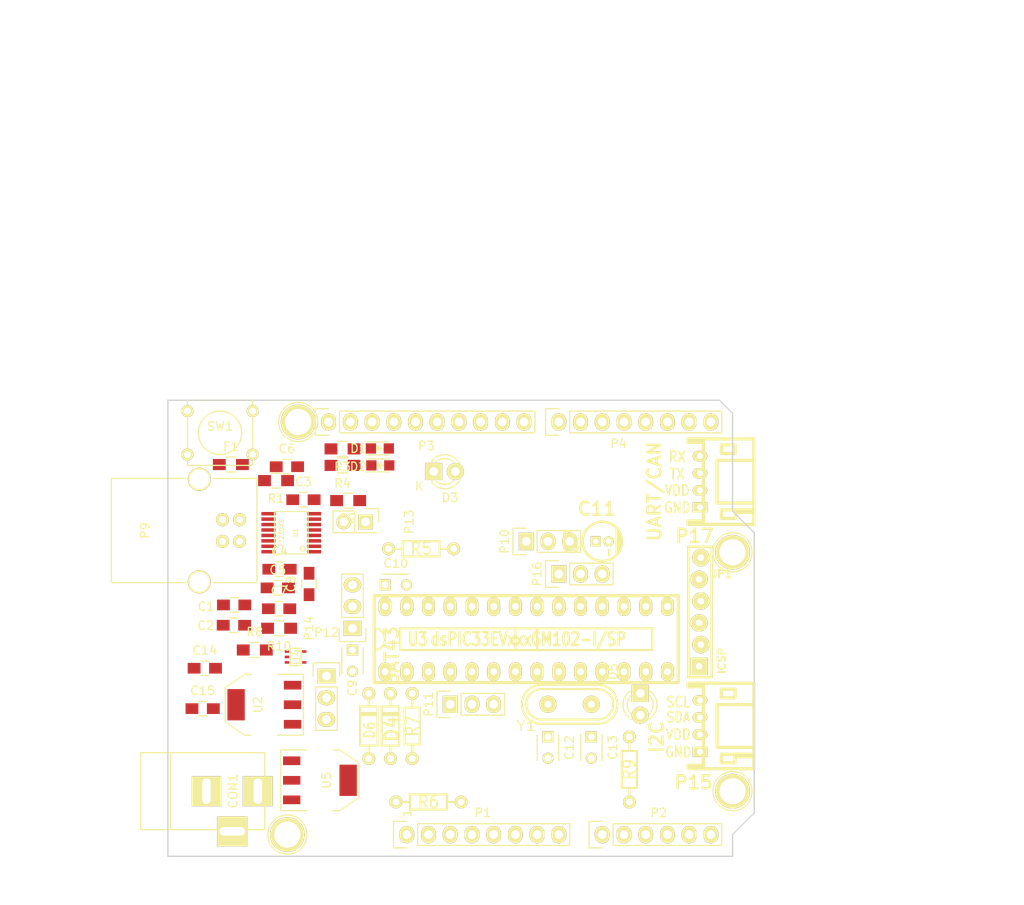
<source format=kicad_pcb>
(kicad_pcb (version 4) (host pcbnew 4.0.2+dfsg1-stable)

  (general
    (links 139)
    (no_connects 139)
    (area 110.922999 72.949999 179.653001 126.440001)
    (thickness 1.6)
    (drawings 38)
    (tracks 0)
    (zones 0)
    (modules 58)
    (nets 63)
  )

  (page A4)
  (title_block
    (date "lun. 30 mars 2015")
  )

  (layers
    (0 F.Cu signal)
    (31 B.Cu signal)
    (32 B.Adhes user)
    (33 F.Adhes user)
    (34 B.Paste user)
    (35 F.Paste user)
    (36 B.SilkS user)
    (37 F.SilkS user)
    (38 B.Mask user)
    (39 F.Mask user)
    (40 Dwgs.User user)
    (41 Cmts.User user)
    (42 Eco1.User user)
    (43 Eco2.User user)
    (44 Edge.Cuts user)
    (45 Margin user)
    (46 B.CrtYd user)
    (47 F.CrtYd user)
    (48 B.Fab user)
    (49 F.Fab user)
  )

  (setup
    (last_trace_width 0.25)
    (trace_clearance 0.2)
    (zone_clearance 0.508)
    (zone_45_only no)
    (trace_min 0.2)
    (segment_width 0.15)
    (edge_width 0.15)
    (via_size 0.6)
    (via_drill 0.4)
    (via_min_size 0.4)
    (via_min_drill 0.3)
    (uvia_size 0.3)
    (uvia_drill 0.1)
    (uvias_allowed no)
    (uvia_min_size 0.2)
    (uvia_min_drill 0.1)
    (pcb_text_width 0.3)
    (pcb_text_size 1.5 1.5)
    (mod_edge_width 0.15)
    (mod_text_size 1 1)
    (mod_text_width 0.15)
    (pad_size 1.5 1.5)
    (pad_drill 0.8001)
    (pad_to_mask_clearance 0)
    (aux_axis_origin 110.998 126.365)
    (grid_origin 110.998 126.365)
    (visible_elements FFFFFF7F)
    (pcbplotparams
      (layerselection 0x00030_80000001)
      (usegerberextensions false)
      (excludeedgelayer true)
      (linewidth 0.100000)
      (plotframeref false)
      (viasonmask false)
      (mode 1)
      (useauxorigin false)
      (hpglpennumber 1)
      (hpglpenspeed 20)
      (hpglpendiameter 15)
      (hpglpenoverlay 2)
      (psnegative false)
      (psa4output false)
      (plotreference true)
      (plotvalue true)
      (plotinvisibletext false)
      (padsonsilk false)
      (subtractmaskfromsilk false)
      (outputformat 1)
      (mirror false)
      (drillshape 1)
      (scaleselection 1)
      (outputdirectory ""))
  )

  (net 0 "")
  (net 1 +5V)
  (net 2 GND)
  (net 3 /A0)
  (net 4 /A1)
  (net 5 /A2)
  (net 6 /A3)
  (net 7 /AREF)
  (net 8 "/9(**)")
  (net 9 /8)
  (net 10 /7)
  (net 11 "/6(**)")
  (net 12 "/5(**)")
  (net 13 /4)
  (net 14 "/3(**)")
  (net 15 /2)
  (net 16 "Net-(P5-Pad1)")
  (net 17 "Net-(P6-Pad1)")
  (net 18 "Net-(P7-Pad1)")
  (net 19 "Net-(P8-Pad1)")
  (net 20 "/13(SCK)")
  (net 21 "/10(**/SS)")
  (net 22 "Net-(P1-Pad1)")
  (net 23 +3V3)
  (net 24 "/12(MISO)")
  (net 25 "/11(**/MOSI)")
  (net 26 VCC)
  (net 27 "Net-(C3-Pad1)")
  (net 28 "Net-(C4-Pad1)")
  (net 29 "Net-(C5-Pad1)")
  (net 30 "Net-(C6-Pad1)")
  (net 31 "Net-(C7-Pad1)")
  (net 32 VDD)
  (net 33 "Net-(C10-Pad2)")
  (net 34 "Net-(C11-Pad1)")
  (net 35 "Net-(C12-Pad1)")
  (net 36 "Net-(C13-Pad1)")
  (net 37 "Net-(C14-Pad1)")
  (net 38 "Net-(D1-Pad1)")
  (net 39 "Net-(D2-Pad1)")
  (net 40 "Net-(D3-Pad2)")
  (net 41 /~MCLR~)
  (net 42 "Net-(D4-Pad2)")
  (net 43 "Net-(D5-Pad2)")
  (net 44 "Net-(D6-Pad2)")
  (net 45 /RX)
  (net 46 /TX)
  (net 47 "Net-(JP1-Pad6)")
  (net 48 /~RESET~)
  (net 49 /SDA)
  (net 50 /SCL)
  (net 51 "Net-(P9-Pad5)")
  (net 52 "Net-(P10-Pad2)")
  (net 53 "Net-(P11-Pad2)")
  (net 54 /CTS)
  (net 55 "Net-(R1-Pad1)")
  (net 56 "Net-(R2-Pad1)")
  (net 57 "Net-(R3-Pad2)")
  (net 58 "Net-(R4-Pad2)")
  (net 59 /RTS)
  (net 60 /PrgEn)
  (net 61 /CBUS0)
  (net 62 "Net-(P16-Pad2)")

  (net_class Default "This is the default net class."
    (clearance 0.2)
    (trace_width 0.25)
    (via_dia 0.6)
    (via_drill 0.4)
    (uvia_dia 0.3)
    (uvia_drill 0.1)
    (add_net +3V3)
    (add_net +5V)
    (add_net "/10(**/SS)")
    (add_net "/11(**/MOSI)")
    (add_net "/12(MISO)")
    (add_net "/13(SCK)")
    (add_net /2)
    (add_net "/3(**)")
    (add_net /4)
    (add_net "/5(**)")
    (add_net "/6(**)")
    (add_net /7)
    (add_net /8)
    (add_net "/9(**)")
    (add_net /A0)
    (add_net /A1)
    (add_net /A2)
    (add_net /A3)
    (add_net /AREF)
    (add_net /CBUS0)
    (add_net /CTS)
    (add_net /PrgEn)
    (add_net /RTS)
    (add_net /RX)
    (add_net /SCL)
    (add_net /SDA)
    (add_net /TX)
    (add_net /~MCLR~)
    (add_net /~RESET~)
    (add_net GND)
    (add_net "Net-(C10-Pad2)")
    (add_net "Net-(C11-Pad1)")
    (add_net "Net-(C12-Pad1)")
    (add_net "Net-(C13-Pad1)")
    (add_net "Net-(C14-Pad1)")
    (add_net "Net-(C3-Pad1)")
    (add_net "Net-(C4-Pad1)")
    (add_net "Net-(C5-Pad1)")
    (add_net "Net-(C6-Pad1)")
    (add_net "Net-(C7-Pad1)")
    (add_net "Net-(D1-Pad1)")
    (add_net "Net-(D2-Pad1)")
    (add_net "Net-(D3-Pad2)")
    (add_net "Net-(D4-Pad2)")
    (add_net "Net-(D5-Pad2)")
    (add_net "Net-(D6-Pad2)")
    (add_net "Net-(JP1-Pad6)")
    (add_net "Net-(P1-Pad1)")
    (add_net "Net-(P10-Pad2)")
    (add_net "Net-(P11-Pad2)")
    (add_net "Net-(P16-Pad2)")
    (add_net "Net-(P5-Pad1)")
    (add_net "Net-(P6-Pad1)")
    (add_net "Net-(P7-Pad1)")
    (add_net "Net-(P8-Pad1)")
    (add_net "Net-(P9-Pad5)")
    (add_net "Net-(R1-Pad1)")
    (add_net "Net-(R2-Pad1)")
    (add_net "Net-(R3-Pad2)")
    (add_net "Net-(R4-Pad2)")
    (add_net VCC)
    (add_net VDD)
  )

  (module Socket_Arduino_Uno:Socket_Strip_Arduino_1x08 locked (layer F.Cu) (tedit 552168D2) (tstamp 551AF9EA)
    (at 138.938 123.825)
    (descr "Through hole socket strip")
    (tags "socket strip")
    (path /5517C2C1)
    (fp_text reference P1 (at 8.89 -2.54) (layer F.SilkS)
      (effects (font (size 1 1) (thickness 0.15)))
    )
    (fp_text value Power (at 8.89 -4.064) (layer F.Fab)
      (effects (font (size 1 1) (thickness 0.15)))
    )
    (fp_line (start -1.75 -1.75) (end -1.75 1.75) (layer F.CrtYd) (width 0.05))
    (fp_line (start 19.55 -1.75) (end 19.55 1.75) (layer F.CrtYd) (width 0.05))
    (fp_line (start -1.75 -1.75) (end 19.55 -1.75) (layer F.CrtYd) (width 0.05))
    (fp_line (start -1.75 1.75) (end 19.55 1.75) (layer F.CrtYd) (width 0.05))
    (fp_line (start 1.27 1.27) (end 19.05 1.27) (layer F.SilkS) (width 0.15))
    (fp_line (start 19.05 1.27) (end 19.05 -1.27) (layer F.SilkS) (width 0.15))
    (fp_line (start 19.05 -1.27) (end 1.27 -1.27) (layer F.SilkS) (width 0.15))
    (fp_line (start -1.55 1.55) (end 0 1.55) (layer F.SilkS) (width 0.15))
    (fp_line (start 1.27 1.27) (end 1.27 -1.27) (layer F.SilkS) (width 0.15))
    (fp_line (start 0 -1.55) (end -1.55 -1.55) (layer F.SilkS) (width 0.15))
    (fp_line (start -1.55 -1.55) (end -1.55 1.55) (layer F.SilkS) (width 0.15))
    (pad 1 thru_hole oval (at 0 0) (size 1.7272 2.032) (drill 1.016) (layers *.Cu *.Mask F.SilkS)
      (net 22 "Net-(P1-Pad1)"))
    (pad 2 thru_hole oval (at 2.54 0) (size 1.7272 2.032) (drill 1.016) (layers *.Cu *.Mask F.SilkS)
      (net 32 VDD))
    (pad 3 thru_hole oval (at 5.08 0) (size 1.7272 2.032) (drill 1.016) (layers *.Cu *.Mask F.SilkS)
      (net 48 /~RESET~))
    (pad 4 thru_hole oval (at 7.62 0) (size 1.7272 2.032) (drill 1.016) (layers *.Cu *.Mask F.SilkS)
      (net 23 +3V3))
    (pad 5 thru_hole oval (at 10.16 0) (size 1.7272 2.032) (drill 1.016) (layers *.Cu *.Mask F.SilkS)
      (net 1 +5V))
    (pad 6 thru_hole oval (at 12.7 0) (size 1.7272 2.032) (drill 1.016) (layers *.Cu *.Mask F.SilkS)
      (net 2 GND))
    (pad 7 thru_hole oval (at 15.24 0) (size 1.7272 2.032) (drill 1.016) (layers *.Cu *.Mask F.SilkS)
      (net 2 GND))
    (pad 8 thru_hole oval (at 17.78 0) (size 1.7272 2.032) (drill 1.016) (layers *.Cu *.Mask F.SilkS)
      (net 1 +5V))
    (model ${KIPRJMOD}/Socket_Arduino_Uno.3dshapes/Socket_header_Arduino_1x08.wrl
      (at (xyz 0.35 0 0))
      (scale (xyz 1 1 1))
      (rotate (xyz 0 0 180))
    )
  )

  (module Socket_Arduino_Uno:Socket_Strip_Arduino_1x06 locked (layer F.Cu) (tedit 552168D6) (tstamp 551AF9FF)
    (at 161.798 123.825)
    (descr "Through hole socket strip")
    (tags "socket strip")
    (path /5517C323)
    (fp_text reference P2 (at 6.604 -2.54) (layer F.SilkS)
      (effects (font (size 1 1) (thickness 0.15)))
    )
    (fp_text value Analog (at 6.604 -4.064) (layer F.Fab)
      (effects (font (size 1 1) (thickness 0.15)))
    )
    (fp_line (start -1.75 -1.75) (end -1.75 1.75) (layer F.CrtYd) (width 0.05))
    (fp_line (start 14.45 -1.75) (end 14.45 1.75) (layer F.CrtYd) (width 0.05))
    (fp_line (start -1.75 -1.75) (end 14.45 -1.75) (layer F.CrtYd) (width 0.05))
    (fp_line (start -1.75 1.75) (end 14.45 1.75) (layer F.CrtYd) (width 0.05))
    (fp_line (start 1.27 1.27) (end 13.97 1.27) (layer F.SilkS) (width 0.15))
    (fp_line (start 13.97 1.27) (end 13.97 -1.27) (layer F.SilkS) (width 0.15))
    (fp_line (start 13.97 -1.27) (end 1.27 -1.27) (layer F.SilkS) (width 0.15))
    (fp_line (start -1.55 1.55) (end 0 1.55) (layer F.SilkS) (width 0.15))
    (fp_line (start 1.27 1.27) (end 1.27 -1.27) (layer F.SilkS) (width 0.15))
    (fp_line (start 0 -1.55) (end -1.55 -1.55) (layer F.SilkS) (width 0.15))
    (fp_line (start -1.55 -1.55) (end -1.55 1.55) (layer F.SilkS) (width 0.15))
    (pad 1 thru_hole oval (at 0 0) (size 1.7272 2.032) (drill 1.016) (layers *.Cu *.Mask F.SilkS)
      (net 3 /A0))
    (pad 2 thru_hole oval (at 2.54 0) (size 1.7272 2.032) (drill 1.016) (layers *.Cu *.Mask F.SilkS)
      (net 4 /A1))
    (pad 3 thru_hole oval (at 5.08 0) (size 1.7272 2.032) (drill 1.016) (layers *.Cu *.Mask F.SilkS)
      (net 5 /A2))
    (pad 4 thru_hole oval (at 7.62 0) (size 1.7272 2.032) (drill 1.016) (layers *.Cu *.Mask F.SilkS)
      (net 6 /A3))
    (pad 5 thru_hole oval (at 10.16 0) (size 1.7272 2.032) (drill 1.016) (layers *.Cu *.Mask F.SilkS)
      (net 49 /SDA))
    (pad 6 thru_hole oval (at 12.7 0) (size 1.7272 2.032) (drill 1.016) (layers *.Cu *.Mask F.SilkS)
      (net 50 /SCL))
    (model ${KIPRJMOD}/Socket_Arduino_Uno.3dshapes/Socket_header_Arduino_1x06.wrl
      (at (xyz 0.25 0 0))
      (scale (xyz 1 1 1))
      (rotate (xyz 0 0 180))
    )
  )

  (module Socket_Arduino_Uno:Socket_Strip_Arduino_1x10 locked (layer F.Cu) (tedit 552168BF) (tstamp 551AFA18)
    (at 129.794 75.565)
    (descr "Through hole socket strip")
    (tags "socket strip")
    (path /5517C46C)
    (fp_text reference P3 (at 11.43 2.794) (layer F.SilkS)
      (effects (font (size 1 1) (thickness 0.15)))
    )
    (fp_text value Digital (at 11.43 4.318) (layer F.Fab)
      (effects (font (size 1 1) (thickness 0.15)))
    )
    (fp_line (start -1.75 -1.75) (end -1.75 1.75) (layer F.CrtYd) (width 0.05))
    (fp_line (start 24.65 -1.75) (end 24.65 1.75) (layer F.CrtYd) (width 0.05))
    (fp_line (start -1.75 -1.75) (end 24.65 -1.75) (layer F.CrtYd) (width 0.05))
    (fp_line (start -1.75 1.75) (end 24.65 1.75) (layer F.CrtYd) (width 0.05))
    (fp_line (start 1.27 1.27) (end 24.13 1.27) (layer F.SilkS) (width 0.15))
    (fp_line (start 24.13 1.27) (end 24.13 -1.27) (layer F.SilkS) (width 0.15))
    (fp_line (start 24.13 -1.27) (end 1.27 -1.27) (layer F.SilkS) (width 0.15))
    (fp_line (start -1.55 1.55) (end 0 1.55) (layer F.SilkS) (width 0.15))
    (fp_line (start 1.27 1.27) (end 1.27 -1.27) (layer F.SilkS) (width 0.15))
    (fp_line (start 0 -1.55) (end -1.55 -1.55) (layer F.SilkS) (width 0.15))
    (fp_line (start -1.55 -1.55) (end -1.55 1.55) (layer F.SilkS) (width 0.15))
    (pad 1 thru_hole oval (at 0 0) (size 1.7272 2.032) (drill 1.016) (layers *.Cu *.Mask F.SilkS)
      (net 50 /SCL))
    (pad 2 thru_hole oval (at 2.54 0) (size 1.7272 2.032) (drill 1.016) (layers *.Cu *.Mask F.SilkS)
      (net 49 /SDA))
    (pad 3 thru_hole oval (at 5.08 0) (size 1.7272 2.032) (drill 1.016) (layers *.Cu *.Mask F.SilkS)
      (net 7 /AREF))
    (pad 4 thru_hole oval (at 7.62 0) (size 1.7272 2.032) (drill 1.016) (layers *.Cu *.Mask F.SilkS)
      (net 2 GND))
    (pad 5 thru_hole oval (at 10.16 0) (size 1.7272 2.032) (drill 1.016) (layers *.Cu *.Mask F.SilkS)
      (net 20 "/13(SCK)"))
    (pad 6 thru_hole oval (at 12.7 0) (size 1.7272 2.032) (drill 1.016) (layers *.Cu *.Mask F.SilkS)
      (net 24 "/12(MISO)"))
    (pad 7 thru_hole oval (at 15.24 0) (size 1.7272 2.032) (drill 1.016) (layers *.Cu *.Mask F.SilkS)
      (net 25 "/11(**/MOSI)"))
    (pad 8 thru_hole oval (at 17.78 0) (size 1.7272 2.032) (drill 1.016) (layers *.Cu *.Mask F.SilkS)
      (net 21 "/10(**/SS)"))
    (pad 9 thru_hole oval (at 20.32 0) (size 1.7272 2.032) (drill 1.016) (layers *.Cu *.Mask F.SilkS)
      (net 8 "/9(**)"))
    (pad 10 thru_hole oval (at 22.86 0) (size 1.7272 2.032) (drill 1.016) (layers *.Cu *.Mask F.SilkS)
      (net 9 /8))
    (model ${KIPRJMOD}/Socket_Arduino_Uno.3dshapes/Socket_header_Arduino_1x10.wrl
      (at (xyz 0.45 0 0))
      (scale (xyz 1 1 1))
      (rotate (xyz 0 0 180))
    )
  )

  (module Socket_Arduino_Uno:Socket_Strip_Arduino_1x08 locked (layer F.Cu) (tedit 589B222E) (tstamp 551AFA2F)
    (at 156.718 75.565)
    (descr "Through hole socket strip")
    (tags "socket strip")
    (path /5517C366)
    (fp_text reference P4 (at 6.985 2.54) (layer F.SilkS)
      (effects (font (size 1 1) (thickness 0.15)))
    )
    (fp_text value Digital (at 8.89 4.318) (layer F.Fab)
      (effects (font (size 1 1) (thickness 0.15)))
    )
    (fp_line (start -1.75 -1.75) (end -1.75 1.75) (layer F.CrtYd) (width 0.05))
    (fp_line (start 19.55 -1.75) (end 19.55 1.75) (layer F.CrtYd) (width 0.05))
    (fp_line (start -1.75 -1.75) (end 19.55 -1.75) (layer F.CrtYd) (width 0.05))
    (fp_line (start -1.75 1.75) (end 19.55 1.75) (layer F.CrtYd) (width 0.05))
    (fp_line (start 1.27 1.27) (end 19.05 1.27) (layer F.SilkS) (width 0.15))
    (fp_line (start 19.05 1.27) (end 19.05 -1.27) (layer F.SilkS) (width 0.15))
    (fp_line (start 19.05 -1.27) (end 1.27 -1.27) (layer F.SilkS) (width 0.15))
    (fp_line (start -1.55 1.55) (end 0 1.55) (layer F.SilkS) (width 0.15))
    (fp_line (start 1.27 1.27) (end 1.27 -1.27) (layer F.SilkS) (width 0.15))
    (fp_line (start 0 -1.55) (end -1.55 -1.55) (layer F.SilkS) (width 0.15))
    (fp_line (start -1.55 -1.55) (end -1.55 1.55) (layer F.SilkS) (width 0.15))
    (pad 1 thru_hole oval (at 0 0) (size 1.7272 2.032) (drill 1.016) (layers *.Cu *.Mask F.SilkS)
      (net 10 /7))
    (pad 2 thru_hole oval (at 2.54 0) (size 1.7272 2.032) (drill 1.016) (layers *.Cu *.Mask F.SilkS)
      (net 11 "/6(**)"))
    (pad 3 thru_hole oval (at 5.08 0) (size 1.7272 2.032) (drill 1.016) (layers *.Cu *.Mask F.SilkS)
      (net 12 "/5(**)"))
    (pad 4 thru_hole oval (at 7.62 0) (size 1.7272 2.032) (drill 1.016) (layers *.Cu *.Mask F.SilkS)
      (net 13 /4))
    (pad 5 thru_hole oval (at 10.16 0) (size 1.7272 2.032) (drill 1.016) (layers *.Cu *.Mask F.SilkS)
      (net 14 "/3(**)"))
    (pad 6 thru_hole oval (at 12.7 0) (size 1.7272 2.032) (drill 1.016) (layers *.Cu *.Mask F.SilkS)
      (net 15 /2))
    (pad 7 thru_hole oval (at 15.24 0) (size 1.7272 2.032) (drill 1.016) (layers *.Cu *.Mask F.SilkS)
      (net 46 /TX))
    (pad 8 thru_hole oval (at 17.78 0) (size 1.7272 2.032) (drill 1.016) (layers *.Cu *.Mask F.SilkS)
      (net 45 /RX))
    (model ${KIPRJMOD}/Socket_Arduino_Uno.3dshapes/Socket_header_Arduino_1x08.wrl
      (at (xyz 0.35 0 0))
      (scale (xyz 1 1 1))
      (rotate (xyz 0 0 180))
    )
  )

  (module Socket_Arduino_Uno:Arduino_1pin locked (layer F.Cu) (tedit 5524FC39) (tstamp 5524FC3F)
    (at 124.968 123.825)
    (descr "module 1 pin (ou trou mecanique de percage)")
    (tags DEV)
    (path /551BBC06)
    (fp_text reference P5 (at 0 -3.048) (layer F.SilkS) hide
      (effects (font (size 1 1) (thickness 0.15)))
    )
    (fp_text value CONN_1 (at 0 2.794) (layer F.Fab) hide
      (effects (font (size 1 1) (thickness 0.15)))
    )
    (fp_circle (center 0 0) (end 0 -2.286) (layer F.SilkS) (width 0.15))
    (pad 1 thru_hole circle (at 0 0) (size 4.064 4.064) (drill 3.048) (layers *.Cu *.Mask F.SilkS)
      (net 16 "Net-(P5-Pad1)"))
  )

  (module Socket_Arduino_Uno:Arduino_1pin locked (layer F.Cu) (tedit 5524FC4A) (tstamp 5524FC44)
    (at 177.038 118.745)
    (descr "module 1 pin (ou trou mecanique de percage)")
    (tags DEV)
    (path /551BBD10)
    (fp_text reference P6 (at 0 -3.048) (layer F.SilkS) hide
      (effects (font (size 1 1) (thickness 0.15)))
    )
    (fp_text value CONN_1 (at 0 2.794) (layer F.Fab) hide
      (effects (font (size 1 1) (thickness 0.15)))
    )
    (fp_circle (center 0 0) (end 0 -2.286) (layer F.SilkS) (width 0.15))
    (pad 1 thru_hole circle (at 0 0) (size 4.064 4.064) (drill 3.048) (layers *.Cu *.Mask F.SilkS)
      (net 17 "Net-(P6-Pad1)"))
  )

  (module Socket_Arduino_Uno:Arduino_1pin locked (layer F.Cu) (tedit 5524FC2F) (tstamp 5524FC49)
    (at 126.238 75.565)
    (descr "module 1 pin (ou trou mecanique de percage)")
    (tags DEV)
    (path /551BBD30)
    (fp_text reference P7 (at 0 -3.048) (layer F.SilkS) hide
      (effects (font (size 1 1) (thickness 0.15)))
    )
    (fp_text value CONN_1 (at 0 2.794) (layer F.Fab) hide
      (effects (font (size 1 1) (thickness 0.15)))
    )
    (fp_circle (center 0 0) (end 0 -2.286) (layer F.SilkS) (width 0.15))
    (pad 1 thru_hole circle (at 0 0) (size 4.064 4.064) (drill 3.048) (layers *.Cu *.Mask F.SilkS)
      (net 18 "Net-(P7-Pad1)"))
  )

  (module Socket_Arduino_Uno:Arduino_1pin locked (layer F.Cu) (tedit 5524FC41) (tstamp 5524FC4E)
    (at 177.038 90.805)
    (descr "module 1 pin (ou trou mecanique de percage)")
    (tags DEV)
    (path /551BBD52)
    (fp_text reference P8 (at 0 -3.048) (layer F.SilkS) hide
      (effects (font (size 1 1) (thickness 0.15)))
    )
    (fp_text value CONN_1 (at 0 2.794) (layer F.Fab) hide
      (effects (font (size 1 1) (thickness 0.15)))
    )
    (fp_circle (center 0 0) (end 0 -2.286) (layer F.SilkS) (width 0.15))
    (pad 1 thru_hole circle (at 0 0) (size 4.064 4.064) (drill 3.048) (layers *.Cu *.Mask F.SilkS)
      (net 19 "Net-(P8-Pad1)"))
  )

  (module Connect:BARREL_JACK (layer F.Cu) (tedit 589B22B5) (tstamp 589A2917)
    (at 115.316 118.745)
    (descr "DC Barrel Jack")
    (tags "Power Jack")
    (path /588E444E)
    (fp_text reference CON1 (at 3.302 0 90) (layer F.SilkS)
      (effects (font (size 1 1) (thickness 0.15)))
    )
    (fp_text value BARREL_JACK (at 0 -5.99948) (layer F.Fab)
      (effects (font (size 1 1) (thickness 0.15)))
    )
    (fp_line (start -4.0005 -4.50088) (end -4.0005 4.50088) (layer F.SilkS) (width 0.15))
    (fp_line (start -7.50062 -4.50088) (end -7.50062 4.50088) (layer F.SilkS) (width 0.15))
    (fp_line (start -7.50062 4.50088) (end 7.00024 4.50088) (layer F.SilkS) (width 0.15))
    (fp_line (start 7.00024 4.50088) (end 7.00024 -4.50088) (layer F.SilkS) (width 0.15))
    (fp_line (start 7.00024 -4.50088) (end -7.50062 -4.50088) (layer F.SilkS) (width 0.15))
    (pad 1 thru_hole rect (at 6.20014 0) (size 3.50012 3.50012) (drill oval 1.00076 2.99974) (layers *.Cu *.Mask F.SilkS)
      (net 37 "Net-(C14-Pad1)"))
    (pad 2 thru_hole rect (at 0.20066 0) (size 3.50012 3.50012) (drill oval 1.00076 2.99974) (layers *.Cu *.Mask F.SilkS)
      (net 2 GND))
    (pad 3 thru_hole rect (at 3.2004 4.699) (size 3.50012 3.50012) (drill oval 2.99974 1.00076) (layers *.Cu *.Mask F.SilkS)
      (net 2 GND))
  )

  (module ICSP:ICSP (layer F.Cu) (tedit 589B2292) (tstamp 589A294B)
    (at 173.228 104.14 90)
    (descr "Staggered Microchip ICSP Pin Header")
    (path /588E2649)
    (fp_text reference JP1 (at 10.795 2.54 360) (layer F.SilkS)
      (effects (font (size 0.889 0.889) (thickness 0.3048)))
    )
    (fp_text value ICSP (at 0.635 2.54 90) (layer F.SilkS)
      (effects (font (size 0.889 0.889) (thickness 0.3048)))
    )
    (fp_line (start -1.27 1.3716) (end 13.97 1.3716) (layer F.SilkS) (width 0.3048))
    (fp_line (start 13.97 1.3716) (end 13.97 -1.3716) (layer F.SilkS) (width 0.3048))
    (fp_line (start 13.97 -1.3716) (end -1.27 -1.3716) (layer F.SilkS) (width 0.3048))
    (fp_line (start -1.27 -1.3716) (end -1.27 1.3716) (layer F.SilkS) (width 0.3048))
    (pad 1 thru_hole rect (at 0 -0.1016 90) (size 2.032 2.032) (drill 0.762) (layers *.Cu *.Mask F.SilkS)
      (net 41 /~MCLR~))
    (pad 2 thru_hole circle (at 2.54 0.1016 90) (size 2.032 2.032) (drill 0.762) (layers *.Cu *.Mask F.SilkS)
      (net 32 VDD))
    (pad 3 thru_hole circle (at 5.08 -0.1016 90) (size 2.032 2.032) (drill 0.762) (layers *.Cu *.Mask F.SilkS)
      (net 2 GND))
    (pad 4 thru_hole circle (at 7.62 0.1016 90) (size 2.032 2.032) (drill 0.762) (layers *.Cu *.Mask F.SilkS)
      (net 45 /RX))
    (pad 5 thru_hole circle (at 10.16 -0.1016 90) (size 2.032 2.032) (drill 0.762) (layers *.Cu *.Mask F.SilkS)
      (net 46 /TX))
    (pad 6 thru_hole circle (at 12.7 0.1016 90) (size 2.032 2.032) (drill 0.762) (layers *.Cu *.Mask F.SilkS)
      (net 47 "Net-(JP1-Pad6)"))
  )

  (module Connect:USB_B (layer F.Cu) (tedit 55B36073) (tstamp 589A2955)
    (at 119.38 89.535 180)
    (descr "USB B connector")
    (tags "USB_B USB_DEV")
    (path /588218C3)
    (fp_text reference P9 (at 11.049 1.27 270) (layer F.SilkS)
      (effects (font (size 1 1) (thickness 0.15)))
    )
    (fp_text value USB_B (at 4.699 1.27 270) (layer F.Fab)
      (effects (font (size 1 1) (thickness 0.15)))
    )
    (fp_line (start 15.25 8.9) (end -2.3 8.9) (layer F.CrtYd) (width 0.05))
    (fp_line (start -2.3 8.9) (end -2.3 -6.35) (layer F.CrtYd) (width 0.05))
    (fp_line (start -2.3 -6.35) (end 15.25 -6.35) (layer F.CrtYd) (width 0.05))
    (fp_line (start 15.25 -6.35) (end 15.25 8.9) (layer F.CrtYd) (width 0.05))
    (fp_line (start 6.35 7.366) (end 14.986 7.366) (layer F.SilkS) (width 0.15))
    (fp_line (start -2.032 7.366) (end 3.048 7.366) (layer F.SilkS) (width 0.15))
    (fp_line (start 6.35 -4.826) (end 14.986 -4.826) (layer F.SilkS) (width 0.15))
    (fp_line (start -2.032 -4.826) (end 3.048 -4.826) (layer F.SilkS) (width 0.15))
    (fp_line (start 14.986 -4.826) (end 14.986 7.366) (layer F.SilkS) (width 0.15))
    (fp_line (start -2.032 7.366) (end -2.032 -4.826) (layer F.SilkS) (width 0.15))
    (pad 2 thru_hole circle (at 0 2.54 90) (size 1.524 1.524) (drill 0.8128) (layers *.Cu *.Mask F.SilkS)
      (net 28 "Net-(C4-Pad1)"))
    (pad 1 thru_hole circle (at 0 0 90) (size 1.524 1.524) (drill 0.8128) (layers *.Cu *.Mask F.SilkS)
      (net 27 "Net-(C3-Pad1)"))
    (pad 4 thru_hole circle (at 1.99898 0 90) (size 1.524 1.524) (drill 0.8128) (layers *.Cu *.Mask F.SilkS)
      (net 2 GND))
    (pad 3 thru_hole circle (at 1.99898 2.54 90) (size 1.524 1.524) (drill 0.8128) (layers *.Cu *.Mask F.SilkS)
      (net 29 "Net-(C5-Pad1)"))
    (pad 5 thru_hole circle (at 4.699 7.26948 90) (size 2.70002 2.70002) (drill 2.30124) (layers *.Cu *.Mask F.SilkS)
      (net 51 "Net-(P9-Pad5)"))
    (pad 5 thru_hole circle (at 4.699 -4.72948 90) (size 2.70002 2.70002) (drill 2.30124) (layers *.Cu *.Mask F.SilkS)
      (net 51 "Net-(P9-Pad5)"))
    (model Connect.3dshapes/USB_B.wrl
      (at (xyz 0.185 -0.05 0.001))
      (scale (xyz 0.3937 0.3937 0.3937))
      (rotate (xyz 0 0 -90))
    )
  )

  (module Pin_Headers:Pin_Header_Straight_1x03 (layer F.Cu) (tedit 589B10D4) (tstamp 589A295C)
    (at 152.908 89.535 90)
    (descr "Through hole pin header")
    (tags "pin header")
    (path /588DAC14)
    (fp_text reference P10 (at 0 -2.54 90) (layer F.SilkS)
      (effects (font (size 1 1) (thickness 0.15)))
    )
    (fp_text value PIN20 (at 0 -3.1 90) (layer F.Fab)
      (effects (font (size 1 1) (thickness 0.15)))
    )
    (fp_line (start -1.75 -1.75) (end -1.75 6.85) (layer F.CrtYd) (width 0.05))
    (fp_line (start 1.75 -1.75) (end 1.75 6.85) (layer F.CrtYd) (width 0.05))
    (fp_line (start -1.75 -1.75) (end 1.75 -1.75) (layer F.CrtYd) (width 0.05))
    (fp_line (start -1.75 6.85) (end 1.75 6.85) (layer F.CrtYd) (width 0.05))
    (fp_line (start -1.27 1.27) (end -1.27 6.35) (layer F.SilkS) (width 0.15))
    (fp_line (start -1.27 6.35) (end 1.27 6.35) (layer F.SilkS) (width 0.15))
    (fp_line (start 1.27 6.35) (end 1.27 1.27) (layer F.SilkS) (width 0.15))
    (fp_line (start 1.55 -1.55) (end 1.55 0) (layer F.SilkS) (width 0.15))
    (fp_line (start 1.27 1.27) (end -1.27 1.27) (layer F.SilkS) (width 0.15))
    (fp_line (start -1.55 0) (end -1.55 -1.55) (layer F.SilkS) (width 0.15))
    (fp_line (start -1.55 -1.55) (end 1.55 -1.55) (layer F.SilkS) (width 0.15))
    (pad 1 thru_hole rect (at 0 0 90) (size 2.032 1.7272) (drill 1.016) (layers *.Cu *.Mask F.SilkS)
      (net 32 VDD))
    (pad 2 thru_hole oval (at 0 2.54 90) (size 2.032 1.7272) (drill 1.016) (layers *.Cu *.Mask F.SilkS)
      (net 52 "Net-(P10-Pad2)"))
    (pad 3 thru_hole oval (at 0 5.08 90) (size 2.032 1.7272) (drill 1.016) (layers *.Cu *.Mask F.SilkS)
      (net 34 "Net-(C11-Pad1)"))
    (model Pin_Headers.3dshapes/Pin_Header_Straight_1x03.wrl
      (at (xyz 0 -0.1 0))
      (scale (xyz 1 1 1))
      (rotate (xyz 0 0 90))
    )
  )

  (module Socket_Strips:Socket_Strip_Straight_2x01 (layer F.Cu) (tedit 54E9F973) (tstamp 589A2971)
    (at 134.112 87.249 270)
    (descr "Through hole socket strip")
    (tags "socket strip")
    (path /588F890F)
    (fp_text reference P13 (at 0 -5.1 270) (layer F.SilkS)
      (effects (font (size 1 1) (thickness 0.15)))
    )
    (fp_text value PIN2 (at 0 -3.1 270) (layer F.Fab)
      (effects (font (size 1 1) (thickness 0.15)))
    )
    (fp_line (start 0 -1.55) (end -1.55 -1.55) (layer F.SilkS) (width 0.15))
    (fp_line (start -1.75 -1.75) (end -1.75 4.3) (layer F.CrtYd) (width 0.05))
    (fp_line (start 1.75 -1.75) (end 1.75 4.3) (layer F.CrtYd) (width 0.05))
    (fp_line (start -1.75 -1.75) (end 1.75 -1.75) (layer F.CrtYd) (width 0.05))
    (fp_line (start -1.75 4.3) (end 1.75 4.3) (layer F.CrtYd) (width 0.05))
    (fp_line (start 1.27 1.27) (end 1.27 -1.27) (layer F.SilkS) (width 0.15))
    (fp_line (start -1.55 -1.55) (end -1.55 0) (layer F.SilkS) (width 0.15))
    (fp_line (start 1.27 3.81) (end 1.27 1.27) (layer F.SilkS) (width 0.15))
    (fp_line (start 1.27 1.27) (end -1.27 1.27) (layer F.SilkS) (width 0.15))
    (fp_line (start -1.27 1.27) (end -1.27 3.81) (layer F.SilkS) (width 0.15))
    (fp_line (start -1.27 3.81) (end 1.27 3.81) (layer F.SilkS) (width 0.15))
    (pad 1 thru_hole rect (at 0 0 270) (size 1.7272 1.7272) (drill 1.016) (layers *.Cu *.Mask F.SilkS)
      (net 15 /2))
    (pad 2 thru_hole oval (at 0 2.54 270) (size 1.7272 1.7272) (drill 1.016) (layers *.Cu *.Mask F.SilkS)
      (net 54 /CTS))
    (model Socket_Strips.3dshapes/Socket_Strip_Straight_2x01.wrl
      (at (xyz 0 -0.05 0))
      (scale (xyz 1 1 1))
      (rotate (xyz 0 0 180))
    )
  )

  (module Socket_Strips:Socket_Strip_Straight_1x03 (layer F.Cu) (tedit 54E9F429) (tstamp 589A2978)
    (at 132.588 99.695 90)
    (descr "Through hole socket strip")
    (tags "socket strip")
    (path /588F6DFB)
    (fp_text reference P14 (at 0 -5.1 90) (layer F.SilkS)
      (effects (font (size 1 1) (thickness 0.15)))
    )
    (fp_text value "Power Select" (at 0 -3.1 90) (layer F.Fab)
      (effects (font (size 1 1) (thickness 0.15)))
    )
    (fp_line (start 0 -1.55) (end -1.55 -1.55) (layer F.SilkS) (width 0.15))
    (fp_line (start -1.55 -1.55) (end -1.55 1.55) (layer F.SilkS) (width 0.15))
    (fp_line (start -1.55 1.55) (end 0 1.55) (layer F.SilkS) (width 0.15))
    (fp_line (start -1.75 -1.75) (end -1.75 1.75) (layer F.CrtYd) (width 0.05))
    (fp_line (start 6.85 -1.75) (end 6.85 1.75) (layer F.CrtYd) (width 0.05))
    (fp_line (start -1.75 -1.75) (end 6.85 -1.75) (layer F.CrtYd) (width 0.05))
    (fp_line (start -1.75 1.75) (end 6.85 1.75) (layer F.CrtYd) (width 0.05))
    (fp_line (start 1.27 -1.27) (end 6.35 -1.27) (layer F.SilkS) (width 0.15))
    (fp_line (start 6.35 -1.27) (end 6.35 1.27) (layer F.SilkS) (width 0.15))
    (fp_line (start 6.35 1.27) (end 1.27 1.27) (layer F.SilkS) (width 0.15))
    (fp_line (start 1.27 1.27) (end 1.27 -1.27) (layer F.SilkS) (width 0.15))
    (pad 1 thru_hole rect (at 0 0 90) (size 1.7272 2.032) (drill 1.016) (layers *.Cu *.Mask F.SilkS)
      (net 1 +5V))
    (pad 2 thru_hole oval (at 2.54 0 90) (size 1.7272 2.032) (drill 1.016) (layers *.Cu *.Mask F.SilkS)
      (net 32 VDD))
    (pad 3 thru_hole oval (at 5.08 0 90) (size 1.7272 2.032) (drill 1.016) (layers *.Cu *.Mask F.SilkS)
      (net 23 +3V3))
    (model Socket_Strips.3dshapes/Socket_Strip_Straight_1x03.wrl
      (at (xyz 0.1 0 0))
      (scale (xyz 1 1 1))
      (rotate (xyz 0 0 180))
    )
  )

  (module w_conn_jst-ph:s4b-ph-kl (layer F.Cu) (tedit 589B2359) (tstamp 589A2980)
    (at 173.228 111.125 90)
    (descr "JST PH series connector, S4B-PH-KL")
    (path /589A6EC0)
    (fp_text reference P15 (at -6.604 -0.762 180) (layer F.SilkS)
      (effects (font (thickness 0.3048)))
    )
    (fp_text value I2C (at -1.27 -5.08 90) (layer F.SilkS)
      (effects (font (thickness 0.3048)))
    )
    (fp_line (start -3.29946 4.09956) (end -3.29946 6.2992) (layer F.SilkS) (width 0.381))
    (fp_line (start -3.29946 6.2992) (end -3.59918 6.2992) (layer F.SilkS) (width 0.381))
    (fp_line (start -3.59918 6.2992) (end -3.59918 4.09956) (layer F.SilkS) (width 0.381))
    (fp_line (start 2.49936 1.99898) (end -2.49936 1.99898) (layer F.SilkS) (width 0.381))
    (fp_line (start -5.00126 6.2992) (end 5.00126 6.2992) (layer F.SilkS) (width 0.381))
    (fp_line (start -5.00126 0.39878) (end 5.00126 0.39878) (layer F.SilkS) (width 0.381))
    (fp_line (start 2.49936 1.99898) (end 2.49936 6.2992) (layer F.SilkS) (width 0.381))
    (fp_line (start -2.5019 1.99898) (end -2.5019 6.2992) (layer F.SilkS) (width 0.381))
    (fp_line (start 3.29692 4.09956) (end 3.29692 2.49936) (layer F.SilkS) (width 0.381))
    (fp_line (start 4.29768 4.09956) (end 3.29692 4.09956) (layer F.SilkS) (width 0.381))
    (fp_line (start 4.29768 2.49936) (end 4.29768 4.09956) (layer F.SilkS) (width 0.381))
    (fp_line (start 3.29692 2.49936) (end 4.29768 2.49936) (layer F.SilkS) (width 0.381))
    (fp_line (start -4.30276 2.49936) (end -3.302 2.49936) (layer F.SilkS) (width 0.381))
    (fp_line (start -3.302 2.49936) (end -3.302 4.09956) (layer F.SilkS) (width 0.381))
    (fp_line (start -3.302 4.09956) (end -4.30276 4.09956) (layer F.SilkS) (width 0.381))
    (fp_line (start -4.30276 4.09956) (end -4.30276 2.49936) (layer F.SilkS) (width 0.381))
    (fp_line (start 4.79806 -1.39954) (end 4.79806 0.39878) (layer F.SilkS) (width 0.381))
    (fp_line (start -4.79806 -1.39954) (end -4.79806 0.39878) (layer F.SilkS) (width 0.381))
    (fp_line (start 4.99872 6.2992) (end 4.99872 -1.39954) (layer F.SilkS) (width 0.381))
    (fp_line (start 4.99872 -1.39954) (end 4.59994 -1.39954) (layer F.SilkS) (width 0.381))
    (fp_line (start 4.59994 -1.39954) (end 4.59994 0.39878) (layer F.SilkS) (width 0.381))
    (fp_line (start -4.59994 0.39878) (end -4.59994 -1.39954) (layer F.SilkS) (width 0.381))
    (fp_line (start -4.59994 -1.39954) (end -4.99872 -1.39954) (layer F.SilkS) (width 0.381))
    (fp_line (start -4.99872 -1.39954) (end -4.99872 6.2992) (layer F.SilkS) (width 0.381))
    (pad 1 thru_hole rect (at -2.99974 0 90) (size 1.19888 1.69926) (drill 0.70104) (layers *.Cu *.Mask F.SilkS)
      (net 2 GND))
    (pad 2 thru_hole oval (at -1.00076 0 90) (size 1.19888 1.69926) (drill 0.70104) (layers *.Cu *.Mask F.SilkS)
      (net 32 VDD))
    (pad 3 thru_hole oval (at 1.00076 0 90) (size 1.19888 1.69926) (drill 0.70104) (layers *.Cu *.Mask F.SilkS)
      (net 49 /SDA))
    (pad 4 thru_hole oval (at 2.99974 0 90) (size 1.19888 1.69926) (drill 0.70104) (layers *.Cu *.Mask F.SilkS)
      (net 50 /SCL))
    (model walter/conn_jst-ph/s4b-ph-kl.wrl
      (at (xyz 0 0 0))
      (scale (xyz 1 1 1))
      (rotate (xyz 0 0 0))
    )
  )

  (module Buttons_Switches_ThroughHole:SW_PUSH_SMALL (layer F.Cu) (tedit 0) (tstamp 589A29C4)
    (at 117.094 76.835)
    (path /588DE39D)
    (fp_text reference SW1 (at 0 -0.762) (layer F.SilkS)
      (effects (font (size 1 1) (thickness 0.15)))
    )
    (fp_text value SW_PUSH (at 0 1.016) (layer F.Fab)
      (effects (font (size 1 1) (thickness 0.15)))
    )
    (fp_circle (center 0 0) (end 0 -2.54) (layer F.SilkS) (width 0.15))
    (fp_line (start -3.81 -3.81) (end 3.81 -3.81) (layer F.SilkS) (width 0.15))
    (fp_line (start 3.81 -3.81) (end 3.81 3.81) (layer F.SilkS) (width 0.15))
    (fp_line (start 3.81 3.81) (end -3.81 3.81) (layer F.SilkS) (width 0.15))
    (fp_line (start -3.81 -3.81) (end -3.81 3.81) (layer F.SilkS) (width 0.15))
    (pad 1 thru_hole circle (at 3.81 -2.54) (size 1.397 1.397) (drill 0.8128) (layers *.Cu *.Mask F.SilkS)
      (net 2 GND))
    (pad 2 thru_hole circle (at 3.81 2.54) (size 1.397 1.397) (drill 0.8128) (layers *.Cu *.Mask F.SilkS)
      (net 48 /~RESET~))
    (pad 1 thru_hole circle (at -3.81 -2.54) (size 1.397 1.397) (drill 0.8128) (layers *.Cu *.Mask F.SilkS)
      (net 2 GND))
    (pad 2 thru_hole circle (at -3.81 2.54) (size 1.397 1.397) (drill 0.8128) (layers *.Cu *.Mask F.SilkS)
      (net 48 /~RESET~))
  )

  (module TO_SOT_Packages_SMD:SOT-223 (layer F.Cu) (tedit 0) (tstamp 589A29E8)
    (at 122.2756 108.6358 90)
    (descr "module CMS SOT223 4 pins")
    (tags "CMS SOT")
    (path /588D0CD0)
    (attr smd)
    (fp_text reference U2 (at 0 -0.762 90) (layer F.SilkS)
      (effects (font (size 1 1) (thickness 0.15)))
    )
    (fp_text value "LM1117 3V3" (at 0 0.762 90) (layer F.Fab)
      (effects (font (size 1 1) (thickness 0.15)))
    )
    (fp_line (start -3.556 1.524) (end -3.556 4.572) (layer F.SilkS) (width 0.15))
    (fp_line (start -3.556 4.572) (end 3.556 4.572) (layer F.SilkS) (width 0.15))
    (fp_line (start 3.556 4.572) (end 3.556 1.524) (layer F.SilkS) (width 0.15))
    (fp_line (start -3.556 -1.524) (end -3.556 -2.286) (layer F.SilkS) (width 0.15))
    (fp_line (start -3.556 -2.286) (end -2.032 -4.572) (layer F.SilkS) (width 0.15))
    (fp_line (start -2.032 -4.572) (end 2.032 -4.572) (layer F.SilkS) (width 0.15))
    (fp_line (start 2.032 -4.572) (end 3.556 -2.286) (layer F.SilkS) (width 0.15))
    (fp_line (start 3.556 -2.286) (end 3.556 -1.524) (layer F.SilkS) (width 0.15))
    (pad 4 smd rect (at 0 -3.302 90) (size 3.6576 2.032) (layers F.Cu F.Paste F.Mask))
    (pad 2 smd rect (at 0 3.302 90) (size 1.016 2.032) (layers F.Cu F.Paste F.Mask)
      (net 23 +3V3))
    (pad 3 smd rect (at 2.286 3.302 90) (size 1.016 2.032) (layers F.Cu F.Paste F.Mask)
      (net 31 "Net-(C7-Pad1)"))
    (pad 1 smd rect (at -2.286 3.302 90) (size 1.016 2.032) (layers F.Cu F.Paste F.Mask)
      (net 2 GND))
    (model TO_SOT_Packages_SMD.3dshapes/SOT-223.wrl
      (at (xyz 0 0 0))
      (scale (xyz 0.4 0.4 0.4))
      (rotate (xyz 0 0 0))
    )
  )

  (module TO_SOT_Packages_SMD:SOT-223 (layer F.Cu) (tedit 0) (tstamp 589A2A25)
    (at 128.778 117.475 270)
    (descr "module CMS SOT223 4 pins")
    (tags "CMS SOT")
    (path /588E4306)
    (attr smd)
    (fp_text reference U5 (at 0 -0.762 270) (layer F.SilkS)
      (effects (font (size 1 1) (thickness 0.15)))
    )
    (fp_text value "LM1117 5V" (at 0 0.762 270) (layer F.Fab)
      (effects (font (size 1 1) (thickness 0.15)))
    )
    (fp_line (start -3.556 1.524) (end -3.556 4.572) (layer F.SilkS) (width 0.15))
    (fp_line (start -3.556 4.572) (end 3.556 4.572) (layer F.SilkS) (width 0.15))
    (fp_line (start 3.556 4.572) (end 3.556 1.524) (layer F.SilkS) (width 0.15))
    (fp_line (start -3.556 -1.524) (end -3.556 -2.286) (layer F.SilkS) (width 0.15))
    (fp_line (start -3.556 -2.286) (end -2.032 -4.572) (layer F.SilkS) (width 0.15))
    (fp_line (start -2.032 -4.572) (end 2.032 -4.572) (layer F.SilkS) (width 0.15))
    (fp_line (start 2.032 -4.572) (end 3.556 -2.286) (layer F.SilkS) (width 0.15))
    (fp_line (start 3.556 -2.286) (end 3.556 -1.524) (layer F.SilkS) (width 0.15))
    (pad 4 smd rect (at 0 -3.302 270) (size 3.6576 2.032) (layers F.Cu F.Paste F.Mask))
    (pad 2 smd rect (at 0 3.302 270) (size 1.016 2.032) (layers F.Cu F.Paste F.Mask)
      (net 1 +5V))
    (pad 3 smd rect (at 2.286 3.302 270) (size 1.016 2.032) (layers F.Cu F.Paste F.Mask)
      (net 37 "Net-(C14-Pad1)"))
    (pad 1 smd rect (at -2.286 3.302 270) (size 1.016 2.032) (layers F.Cu F.Paste F.Mask)
      (net 2 GND))
    (model TO_SOT_Packages_SMD.3dshapes/SOT-223.wrl
      (at (xyz 0 0 0))
      (scale (xyz 0.4 0.4 0.4))
      (rotate (xyz 0 0 0))
    )
  )

  (module w_crystal:crystal_hc-49s (layer F.Cu) (tedit 589B22DA) (tstamp 589A2A37)
    (at 157.988 108.585)
    (descr "Crystal, HC-49S")
    (tags QUARTZ)
    (path /588E05BE)
    (autoplace_cost180 10)
    (fp_text reference Y1 (at -5.08 2.54) (layer F.SilkS)
      (effects (font (size 1.143 1.27) (thickness 0.1524)))
    )
    (fp_text value Crystal (at 0 3.302) (layer F.SilkS) hide
      (effects (font (size 1.143 1.27) (thickness 0.1524)))
    )
    (fp_arc (start 3.302 0) (end 3.302 -2.286) (angle 90) (layer F.SilkS) (width 0.254))
    (fp_line (start -3.302 1.778) (end 3.302 1.778) (layer F.SilkS) (width 0.254))
    (fp_line (start 3.302 -1.778) (end -3.302 -1.778) (layer F.SilkS) (width 0.254))
    (fp_arc (start 3.302 0) (end 5.08 0) (angle 90) (layer F.SilkS) (width 0.254))
    (fp_arc (start 3.302 0) (end 3.302 -1.778) (angle 90) (layer F.SilkS) (width 0.254))
    (fp_arc (start -3.302 0) (end -3.302 1.778) (angle 90) (layer F.SilkS) (width 0.254))
    (fp_arc (start -3.302 0) (end -5.08 0) (angle 90) (layer F.SilkS) (width 0.254))
    (fp_arc (start 3.302 0) (end 5.588 0) (angle 90) (layer F.SilkS) (width 0.254))
    (fp_line (start 3.302 2.286) (end -3.302 2.286) (layer F.SilkS) (width 0.254))
    (fp_line (start -3.302 -2.286) (end 3.302 -2.286) (layer F.SilkS) (width 0.254))
    (fp_arc (start -3.302 0) (end -3.302 2.286) (angle 90) (layer F.SilkS) (width 0.254))
    (fp_arc (start -3.302 0) (end -5.588 0) (angle 90) (layer F.SilkS) (width 0.254))
    (pad 1 thru_hole circle (at -2.54 0) (size 1.99898 1.99898) (drill 0.8001) (layers *.Cu *.Mask F.SilkS)
      (net 35 "Net-(C12-Pad1)"))
    (pad 2 thru_hole circle (at 2.54 0) (size 1.99898 1.99898) (drill 0.8001) (layers *.Cu *.Mask F.SilkS)
      (net 36 "Net-(C13-Pad1)"))
    (model walter/crystal/crystal_hc-49s.wrl
      (at (xyz 0 0 0))
      (scale (xyz 1 1 1))
      (rotate (xyz 0 0 0))
    )
  )

  (module w_pth_circuits:dil_28-300_socket (layer F.Cu) (tedit 589B10CD) (tstamp 589A2A08)
    (at 152.908 100.965)
    (descr "IC, DIL28 x 0,3\", with socket")
    (tags DIL)
    (path /588DA463)
    (fp_text reference U3 (at -12.7 0) (layer F.SilkS)
      (effects (font (size 1.524 1.143) (thickness 0.28702)))
    )
    (fp_text value dsPIC33EVxxxGM102-I/SP (at 0.254 0) (layer F.SilkS)
      (effects (font (size 1.524 1.143) (thickness 0.28702)))
    )
    (fp_line (start -17.78 -5.08) (end 17.78 -5.08) (layer F.SilkS) (width 0.381))
    (fp_line (start -17.78 5.08) (end 17.78 5.08) (layer F.SilkS) (width 0.381))
    (fp_line (start -14.732 1.27) (end 14.732 1.27) (layer F.SilkS) (width 0.254))
    (fp_line (start 14.732 -1.27) (end -14.732 -1.27) (layer F.SilkS) (width 0.254))
    (fp_line (start 1.27 -1.27) (end 1.27 1.27) (layer F.SilkS) (width 0.254))
    (fp_line (start -1.27 -1.27) (end -1.27 1.27) (layer F.SilkS) (width 0.254))
    (fp_line (start -17.78 -1.27) (end -17.78 1.27) (layer F.SilkS) (width 0.381))
    (fp_arc (start -17.78 0) (end -17.78 -1.27) (angle 90) (layer F.SilkS) (width 0.254))
    (fp_arc (start -17.78 0) (end -16.51 0) (angle 90) (layer F.SilkS) (width 0.254))
    (fp_line (start -14.732 -1.27) (end -14.732 1.27) (layer F.SilkS) (width 0.254))
    (fp_line (start 14.732 1.27) (end 14.732 -1.27) (layer F.SilkS) (width 0.254))
    (fp_line (start 17.78 -5.08) (end 17.78 5.08) (layer F.SilkS) (width 0.381))
    (fp_line (start -17.78 5.08) (end -17.78 -5.08) (layer F.SilkS) (width 0.381))
    (pad 1 thru_hole oval (at -16.51 3.81) (size 1.50114 2.19964) (drill 0.8001) (layers *.Cu *.Mask F.SilkS)
      (net 41 /~MCLR~))
    (pad 2 thru_hole oval (at -13.97 3.81) (size 1.50114 2.19964) (drill 0.8001) (layers *.Cu *.Mask F.SilkS)
      (net 3 /A0))
    (pad 3 thru_hole oval (at -11.43 3.81) (size 1.50114 2.19964) (drill 0.8001) (layers *.Cu *.Mask F.SilkS)
      (net 4 /A1))
    (pad 4 thru_hole oval (at -8.89 3.81) (size 1.50114 2.19964) (drill 0.8001) (layers *.Cu *.Mask F.SilkS)
      (net 5 /A2))
    (pad 5 thru_hole oval (at -6.35 3.81) (size 1.50114 2.19964) (drill 0.8001) (layers *.Cu *.Mask F.SilkS)
      (net 53 "Net-(P11-Pad2)"))
    (pad 6 thru_hole oval (at -3.81 3.81) (size 1.50114 2.19964) (drill 0.8001) (layers *.Cu *.Mask F.SilkS)
      (net 50 /SCL))
    (pad 7 thru_hole oval (at -1.27 3.81) (size 1.50114 2.19964) (drill 0.8001) (layers *.Cu *.Mask F.SilkS)
      (net 49 /SDA))
    (pad 8 thru_hole oval (at 1.27 3.81) (size 1.50114 2.19964) (drill 0.8001) (layers *.Cu *.Mask F.SilkS)
      (net 2 GND))
    (pad 9 thru_hole oval (at 3.81 3.81) (size 1.50114 2.19964) (drill 0.8001) (layers *.Cu *.Mask F.SilkS)
      (net 35 "Net-(C12-Pad1)"))
    (pad 10 thru_hole oval (at 6.35 3.81) (size 1.50114 2.19964) (drill 0.8001) (layers *.Cu *.Mask F.SilkS)
      (net 36 "Net-(C13-Pad1)"))
    (pad 11 thru_hole oval (at 8.89 3.81) (size 1.50114 2.19964) (drill 0.8001) (layers *.Cu *.Mask F.SilkS)
      (net 15 /2))
    (pad 12 thru_hole oval (at 11.43 3.81) (size 1.50114 2.19964) (drill 0.8001) (layers *.Cu *.Mask F.SilkS)
      (net 20 "/13(SCK)"))
    (pad 13 thru_hole oval (at 13.97 3.81) (size 1.50114 2.19964) (drill 0.8001) (layers *.Cu *.Mask F.SilkS)
      (net 32 VDD))
    (pad 14 thru_hole oval (at 16.51 3.81) (size 1.50114 2.19964) (drill 0.8001) (layers *.Cu *.Mask F.SilkS)
      (net 45 /RX))
    (pad 15 thru_hole oval (at 16.51 -3.81) (size 1.50114 2.19964) (drill 0.8001) (layers *.Cu *.Mask F.SilkS)
      (net 46 /TX))
    (pad 16 thru_hole oval (at 13.97 -3.81) (size 1.50114 2.19964) (drill 0.8001) (layers *.Cu *.Mask F.SilkS)
      (net 13 /4))
    (pad 17 thru_hole oval (at 11.43 -3.81) (size 1.50114 2.19964) (drill 0.8001) (layers *.Cu *.Mask F.SilkS)
      (net 12 "/5(**)"))
    (pad 18 thru_hole oval (at 8.89 -3.81) (size 1.50114 2.19964) (drill 0.8001) (layers *.Cu *.Mask F.SilkS)
      (net 11 "/6(**)"))
    (pad 19 thru_hole oval (at 6.35 -3.81) (size 1.50114 2.19964) (drill 0.8001) (layers *.Cu *.Mask F.SilkS)
      (net 62 "Net-(P16-Pad2)"))
    (pad 20 thru_hole oval (at 3.81 -3.81) (size 1.50114 2.19964) (drill 0.8001) (layers *.Cu *.Mask F.SilkS)
      (net 52 "Net-(P10-Pad2)"))
    (pad 21 thru_hole oval (at 1.27 -3.81) (size 1.50114 2.19964) (drill 0.8001) (layers *.Cu *.Mask F.SilkS)
      (net 10 /7))
    (pad 22 thru_hole oval (at -1.27 -3.81) (size 1.50114 2.19964) (drill 0.8001) (layers *.Cu *.Mask F.SilkS)
      (net 9 /8))
    (pad 23 thru_hole oval (at -3.81 -3.81) (size 1.50114 2.19964) (drill 0.8001) (layers *.Cu *.Mask F.SilkS)
      (net 8 "/9(**)"))
    (pad 24 thru_hole oval (at -6.35 -3.81) (size 1.50114 2.19964) (drill 0.8001) (layers *.Cu *.Mask F.SilkS)
      (net 21 "/10(**/SS)"))
    (pad 25 thru_hole oval (at -8.89 -3.81) (size 1.50114 2.19964) (drill 0.8001) (layers *.Cu *.Mask F.SilkS)
      (net 25 "/11(**/MOSI)"))
    (pad 26 thru_hole oval (at -11.43 -3.81) (size 1.50114 2.19964) (drill 0.8001) (layers *.Cu *.Mask F.SilkS)
      (net 24 "/12(MISO)"))
    (pad 27 thru_hole oval (at -13.97 -3.81) (size 1.50114 2.19964) (drill 0.8001) (layers *.Cu *.Mask F.SilkS)
      (net 2 GND))
    (pad 28 thru_hole oval (at -16.51 -3.81) (size 1.50114 2.19964) (drill 0.8001) (layers *.Cu *.Mask F.SilkS)
      (net 32 VDD))
    (model walter/pth_circuits/dil_28-300_socket.wrl
      (at (xyz 0 0 0))
      (scale (xyz 1 1 1))
      (rotate (xyz 0 0 0))
    )
  )

  (module Capacitors_ThroughHole:C_Disc_D3_P2.5 (layer F.Cu) (tedit 589B2477) (tstamp 589A3087)
    (at 132.588 102.235 270)
    (descr "Capacitor 3mm Disc, Pitch 2.5mm")
    (tags Capacitor)
    (path /588DBB82)
    (fp_text reference C9 (at 4.445 0 270) (layer F.SilkS)
      (effects (font (size 1 1) (thickness 0.15)))
    )
    (fp_text value 100nF (at 1.25 2.5 270) (layer F.Fab)
      (effects (font (size 1 1) (thickness 0.15)))
    )
    (fp_line (start -0.9 -1.5) (end 3.4 -1.5) (layer F.CrtYd) (width 0.05))
    (fp_line (start 3.4 -1.5) (end 3.4 1.5) (layer F.CrtYd) (width 0.05))
    (fp_line (start 3.4 1.5) (end -0.9 1.5) (layer F.CrtYd) (width 0.05))
    (fp_line (start -0.9 1.5) (end -0.9 -1.5) (layer F.CrtYd) (width 0.05))
    (fp_line (start -0.25 -1.25) (end 2.75 -1.25) (layer F.SilkS) (width 0.15))
    (fp_line (start 2.75 1.25) (end -0.25 1.25) (layer F.SilkS) (width 0.15))
    (pad 1 thru_hole rect (at 0 0 270) (size 1.3 1.3) (drill 0.8) (layers *.Cu *.Mask F.SilkS)
      (net 32 VDD))
    (pad 2 thru_hole circle (at 2.5 0 270) (size 1.3 1.3) (drill 0.8001) (layers *.Cu *.Mask F.SilkS)
      (net 33 "Net-(C10-Pad2)"))
    (model Capacitors_ThroughHole.3dshapes/C_Disc_D3_P2.5.wrl
      (at (xyz 0.0492126 0 0))
      (scale (xyz 1 1 1))
      (rotate (xyz 0 0 0))
    )
  )

  (module w_pth_diodes:diode_do35 (layer F.Cu) (tedit 589B0FA4) (tstamp 589A30C3)
    (at 137.033 111.125 90)
    (descr "Diode, DO-35 package")
    (path /588DD0A8)
    (fp_text reference D4 (at -0.3556 0.1524 90) (layer F.SilkS)
      (effects (font (thickness 0.3048)))
    )
    (fp_text value BAT43 (at 8.1788 0.1524 90) (layer F.SilkS)
      (effects (font (thickness 0.3048)))
    )
    (fp_line (start 1.524 1.016) (end 1.524 -1.016) (layer F.SilkS) (width 0.254))
    (fp_line (start 1.27 -1.016) (end 1.27 1.016) (layer F.SilkS) (width 0.254))
    (fp_line (start 3.81 0) (end 2.286 0) (layer F.SilkS) (width 0.254))
    (fp_line (start -2.286 0) (end -3.81 0) (layer F.SilkS) (width 0.254))
    (fp_line (start -2.286 -1.016) (end 2.286 -1.016) (layer F.SilkS) (width 0.254))
    (fp_line (start 2.286 -1.016) (end 2.286 1.016) (layer F.SilkS) (width 0.254))
    (fp_line (start 2.286 1.016) (end -2.286 1.016) (layer F.SilkS) (width 0.254))
    (fp_line (start -2.286 1.016) (end -2.286 -1.016) (layer F.SilkS) (width 0.254))
    (pad 1 thru_hole circle (at -3.81 0 90) (size 1.5 1.5) (drill 0.8001) (layers *.Cu *.Mask F.SilkS)
      (net 41 /~MCLR~))
    (pad 2 thru_hole circle (at 3.81 0 90) (size 1.5 1.5) (drill 0.8001) (layers *.Cu *.Mask F.SilkS)
      (net 42 "Net-(D4-Pad2)"))
    (model walter/pth_diodes/diode_do35.wrl
      (at (xyz 0 0 0))
      (scale (xyz 1 1 1))
      (rotate (xyz 0 0 0))
    )
  )

  (module Capacitors_SMD:C_0805_HandSoldering (layer F.Cu) (tedit 589A0E5A) (tstamp 589A3BA2)
    (at 118.745 96.9645 180)
    (descr "Capacitor SMD 0805, hand soldering")
    (tags "capacitor 0805")
    (path /588CDF2E)
    (attr smd)
    (fp_text reference C1 (at 3.2766 -0.1905 180) (layer F.SilkS)
      (effects (font (size 1 1) (thickness 0.15)))
    )
    (fp_text value 100nF (at 0 2.1 180) (layer F.Fab)
      (effects (font (size 1 1) (thickness 0.15)))
    )
    (fp_line (start -2.3 -1) (end 2.3 -1) (layer F.CrtYd) (width 0.05))
    (fp_line (start -2.3 1) (end 2.3 1) (layer F.CrtYd) (width 0.05))
    (fp_line (start -2.3 -1) (end -2.3 1) (layer F.CrtYd) (width 0.05))
    (fp_line (start 2.3 -1) (end 2.3 1) (layer F.CrtYd) (width 0.05))
    (fp_line (start 0.5 -0.85) (end -0.5 -0.85) (layer F.SilkS) (width 0.15))
    (fp_line (start -0.5 0.85) (end 0.5 0.85) (layer F.SilkS) (width 0.15))
    (pad 1 smd rect (at -1.25 0 180) (size 1.5 1.25) (layers F.Cu F.Paste F.Mask)
      (net 26 VCC))
    (pad 2 smd rect (at 1.25 0 180) (size 1.5 1.25) (layers F.Cu F.Paste F.Mask)
      (net 2 GND))
    (model Capacitors_SMD.3dshapes/C_0805_HandSoldering.wrl
      (at (xyz 0 0 0))
      (scale (xyz 1 1 1))
      (rotate (xyz 0 0 0))
    )
  )

  (module Capacitors_SMD:C_0805_HandSoldering (layer F.Cu) (tedit 589A0E5F) (tstamp 589A3BA8)
    (at 118.7196 99.3394 180)
    (descr "Capacitor SMD 0805, hand soldering")
    (tags "capacitor 0805")
    (path /588CDFB4)
    (attr smd)
    (fp_text reference C2 (at 3.302 -0.0508 180) (layer F.SilkS)
      (effects (font (size 1 1) (thickness 0.15)))
    )
    (fp_text value 4,7uF (at 0.0508 -1.778 180) (layer F.Fab)
      (effects (font (size 1 1) (thickness 0.15)))
    )
    (fp_line (start -2.3 -1) (end 2.3 -1) (layer F.CrtYd) (width 0.05))
    (fp_line (start -2.3 1) (end 2.3 1) (layer F.CrtYd) (width 0.05))
    (fp_line (start -2.3 -1) (end -2.3 1) (layer F.CrtYd) (width 0.05))
    (fp_line (start 2.3 -1) (end 2.3 1) (layer F.CrtYd) (width 0.05))
    (fp_line (start 0.5 -0.85) (end -0.5 -0.85) (layer F.SilkS) (width 0.15))
    (fp_line (start -0.5 0.85) (end 0.5 0.85) (layer F.SilkS) (width 0.15))
    (pad 1 smd rect (at -1.25 0 180) (size 1.5 1.25) (layers F.Cu F.Paste F.Mask)
      (net 26 VCC))
    (pad 2 smd rect (at 1.25 0 180) (size 1.5 1.25) (layers F.Cu F.Paste F.Mask)
      (net 2 GND))
    (model Capacitors_SMD.3dshapes/C_0805_HandSoldering.wrl
      (at (xyz 0 0 0))
      (scale (xyz 1 1 1))
      (rotate (xyz 0 0 0))
    )
  )

  (module Capacitors_SMD:C_0805_HandSoldering (layer F.Cu) (tedit 541A9B8D) (tstamp 589A3BAE)
    (at 126.8476 84.6582)
    (descr "Capacitor SMD 0805, hand soldering")
    (tags "capacitor 0805")
    (path /588CD496)
    (attr smd)
    (fp_text reference C3 (at 0 -2.1) (layer F.SilkS)
      (effects (font (size 1 1) (thickness 0.15)))
    )
    (fp_text value 10nF (at 0 2.1) (layer F.Fab)
      (effects (font (size 1 1) (thickness 0.15)))
    )
    (fp_line (start -2.3 -1) (end 2.3 -1) (layer F.CrtYd) (width 0.05))
    (fp_line (start -2.3 1) (end 2.3 1) (layer F.CrtYd) (width 0.05))
    (fp_line (start -2.3 -1) (end -2.3 1) (layer F.CrtYd) (width 0.05))
    (fp_line (start 2.3 -1) (end 2.3 1) (layer F.CrtYd) (width 0.05))
    (fp_line (start 0.5 -0.85) (end -0.5 -0.85) (layer F.SilkS) (width 0.15))
    (fp_line (start -0.5 0.85) (end 0.5 0.85) (layer F.SilkS) (width 0.15))
    (pad 1 smd rect (at -1.25 0) (size 1.5 1.25) (layers F.Cu F.Paste F.Mask)
      (net 27 "Net-(C3-Pad1)"))
    (pad 2 smd rect (at 1.25 0) (size 1.5 1.25) (layers F.Cu F.Paste F.Mask)
      (net 2 GND))
    (model Capacitors_SMD.3dshapes/C_0805_HandSoldering.wrl
      (at (xyz 0 0 0))
      (scale (xyz 1 1 1))
      (rotate (xyz 0 0 0))
    )
  )

  (module Capacitors_SMD:C_0805_HandSoldering (layer F.Cu) (tedit 541A9B8D) (tstamp 589A3BB4)
    (at 124.0536 92.7862)
    (descr "Capacitor SMD 0805, hand soldering")
    (tags "capacitor 0805")
    (path /588CCF4B)
    (attr smd)
    (fp_text reference C4 (at 0 -2.1) (layer F.SilkS)
      (effects (font (size 1 1) (thickness 0.15)))
    )
    (fp_text value 47pF (at 0 2.1) (layer F.Fab)
      (effects (font (size 1 1) (thickness 0.15)))
    )
    (fp_line (start -2.3 -1) (end 2.3 -1) (layer F.CrtYd) (width 0.05))
    (fp_line (start -2.3 1) (end 2.3 1) (layer F.CrtYd) (width 0.05))
    (fp_line (start -2.3 -1) (end -2.3 1) (layer F.CrtYd) (width 0.05))
    (fp_line (start 2.3 -1) (end 2.3 1) (layer F.CrtYd) (width 0.05))
    (fp_line (start 0.5 -0.85) (end -0.5 -0.85) (layer F.SilkS) (width 0.15))
    (fp_line (start -0.5 0.85) (end 0.5 0.85) (layer F.SilkS) (width 0.15))
    (pad 1 smd rect (at -1.25 0) (size 1.5 1.25) (layers F.Cu F.Paste F.Mask)
      (net 28 "Net-(C4-Pad1)"))
    (pad 2 smd rect (at 1.25 0) (size 1.5 1.25) (layers F.Cu F.Paste F.Mask)
      (net 2 GND))
    (model Capacitors_SMD.3dshapes/C_0805_HandSoldering.wrl
      (at (xyz 0 0 0))
      (scale (xyz 1 1 1))
      (rotate (xyz 0 0 0))
    )
  )

  (module Capacitors_SMD:C_0805_HandSoldering (layer F.Cu) (tedit 541A9B8D) (tstamp 589A3BBA)
    (at 123.8504 94.9706)
    (descr "Capacitor SMD 0805, hand soldering")
    (tags "capacitor 0805")
    (path /588CD0D9)
    (attr smd)
    (fp_text reference C5 (at 0 -2.1) (layer F.SilkS)
      (effects (font (size 1 1) (thickness 0.15)))
    )
    (fp_text value 47pF (at 0 2.1) (layer F.Fab)
      (effects (font (size 1 1) (thickness 0.15)))
    )
    (fp_line (start -2.3 -1) (end 2.3 -1) (layer F.CrtYd) (width 0.05))
    (fp_line (start -2.3 1) (end 2.3 1) (layer F.CrtYd) (width 0.05))
    (fp_line (start -2.3 -1) (end -2.3 1) (layer F.CrtYd) (width 0.05))
    (fp_line (start 2.3 -1) (end 2.3 1) (layer F.CrtYd) (width 0.05))
    (fp_line (start 0.5 -0.85) (end -0.5 -0.85) (layer F.SilkS) (width 0.15))
    (fp_line (start -0.5 0.85) (end 0.5 0.85) (layer F.SilkS) (width 0.15))
    (pad 1 smd rect (at -1.25 0) (size 1.5 1.25) (layers F.Cu F.Paste F.Mask)
      (net 29 "Net-(C5-Pad1)"))
    (pad 2 smd rect (at 1.25 0) (size 1.5 1.25) (layers F.Cu F.Paste F.Mask)
      (net 2 GND))
    (model Capacitors_SMD.3dshapes/C_0805_HandSoldering.wrl
      (at (xyz 0 0 0))
      (scale (xyz 1 1 1))
      (rotate (xyz 0 0 0))
    )
  )

  (module Capacitors_SMD:C_0805_HandSoldering (layer F.Cu) (tedit 541A9B8D) (tstamp 589A3BC0)
    (at 124.9172 80.7974)
    (descr "Capacitor SMD 0805, hand soldering")
    (tags "capacitor 0805")
    (path /588CDDD8)
    (attr smd)
    (fp_text reference C6 (at 0 -2.1) (layer F.SilkS)
      (effects (font (size 1 1) (thickness 0.15)))
    )
    (fp_text value 100nF (at 0 2.1) (layer F.Fab)
      (effects (font (size 1 1) (thickness 0.15)))
    )
    (fp_line (start -2.3 -1) (end 2.3 -1) (layer F.CrtYd) (width 0.05))
    (fp_line (start -2.3 1) (end 2.3 1) (layer F.CrtYd) (width 0.05))
    (fp_line (start -2.3 -1) (end -2.3 1) (layer F.CrtYd) (width 0.05))
    (fp_line (start 2.3 -1) (end 2.3 1) (layer F.CrtYd) (width 0.05))
    (fp_line (start 0.5 -0.85) (end -0.5 -0.85) (layer F.SilkS) (width 0.15))
    (fp_line (start -0.5 0.85) (end 0.5 0.85) (layer F.SilkS) (width 0.15))
    (pad 1 smd rect (at -1.25 0) (size 1.5 1.25) (layers F.Cu F.Paste F.Mask)
      (net 30 "Net-(C6-Pad1)"))
    (pad 2 smd rect (at 1.25 0) (size 1.5 1.25) (layers F.Cu F.Paste F.Mask)
      (net 2 GND))
    (model Capacitors_SMD.3dshapes/C_0805_HandSoldering.wrl
      (at (xyz 0 0 0))
      (scale (xyz 1 1 1))
      (rotate (xyz 0 0 0))
    )
  )

  (module Capacitors_SMD:C_0805_HandSoldering (layer F.Cu) (tedit 541A9B8D) (tstamp 589A3BC6)
    (at 124.0028 97.409)
    (descr "Capacitor SMD 0805, hand soldering")
    (tags "capacitor 0805")
    (path /588D100F)
    (attr smd)
    (fp_text reference C7 (at 0 -2.1) (layer F.SilkS)
      (effects (font (size 1 1) (thickness 0.15)))
    )
    (fp_text value 100nF (at 0 2.1) (layer F.Fab)
      (effects (font (size 1 1) (thickness 0.15)))
    )
    (fp_line (start -2.3 -1) (end 2.3 -1) (layer F.CrtYd) (width 0.05))
    (fp_line (start -2.3 1) (end 2.3 1) (layer F.CrtYd) (width 0.05))
    (fp_line (start -2.3 -1) (end -2.3 1) (layer F.CrtYd) (width 0.05))
    (fp_line (start 2.3 -1) (end 2.3 1) (layer F.CrtYd) (width 0.05))
    (fp_line (start 0.5 -0.85) (end -0.5 -0.85) (layer F.SilkS) (width 0.15))
    (fp_line (start -0.5 0.85) (end 0.5 0.85) (layer F.SilkS) (width 0.15))
    (pad 1 smd rect (at -1.25 0) (size 1.5 1.25) (layers F.Cu F.Paste F.Mask)
      (net 31 "Net-(C7-Pad1)"))
    (pad 2 smd rect (at 1.25 0) (size 1.5 1.25) (layers F.Cu F.Paste F.Mask)
      (net 2 GND))
    (model Capacitors_SMD.3dshapes/C_0805_HandSoldering.wrl
      (at (xyz 0 0 0))
      (scale (xyz 1 1 1))
      (rotate (xyz 0 0 0))
    )
  )

  (module Capacitors_SMD:C_0805_HandSoldering (layer F.Cu) (tedit 541A9B8D) (tstamp 589A3BCC)
    (at 127.508 94.5134 90)
    (descr "Capacitor SMD 0805, hand soldering")
    (tags "capacitor 0805")
    (path /588D1133)
    (attr smd)
    (fp_text reference C8 (at 0 -2.1 90) (layer F.SilkS)
      (effects (font (size 1 1) (thickness 0.15)))
    )
    (fp_text value 100nF (at 0 2.1 90) (layer F.Fab)
      (effects (font (size 1 1) (thickness 0.15)))
    )
    (fp_line (start -2.3 -1) (end 2.3 -1) (layer F.CrtYd) (width 0.05))
    (fp_line (start -2.3 1) (end 2.3 1) (layer F.CrtYd) (width 0.05))
    (fp_line (start -2.3 -1) (end -2.3 1) (layer F.CrtYd) (width 0.05))
    (fp_line (start 2.3 -1) (end 2.3 1) (layer F.CrtYd) (width 0.05))
    (fp_line (start 0.5 -0.85) (end -0.5 -0.85) (layer F.SilkS) (width 0.15))
    (fp_line (start -0.5 0.85) (end 0.5 0.85) (layer F.SilkS) (width 0.15))
    (pad 1 smd rect (at -1.25 0 90) (size 1.5 1.25) (layers F.Cu F.Paste F.Mask)
      (net 23 +3V3))
    (pad 2 smd rect (at 1.25 0 90) (size 1.5 1.25) (layers F.Cu F.Paste F.Mask)
      (net 2 GND))
    (model Capacitors_SMD.3dshapes/C_0805_HandSoldering.wrl
      (at (xyz 0 0 0))
      (scale (xyz 1 1 1))
      (rotate (xyz 0 0 0))
    )
  )

  (module Capacitors_ThroughHole:C_Disc_D3_P2.5 (layer F.Cu) (tedit 0) (tstamp 589A3BD2)
    (at 136.398 94.615)
    (descr "Capacitor 3mm Disc, Pitch 2.5mm")
    (tags Capacitor)
    (path /588DBC96)
    (fp_text reference C10 (at 1.25 -2.5) (layer F.SilkS)
      (effects (font (size 1 1) (thickness 0.15)))
    )
    (fp_text value 100nF (at 1.25 2.5) (layer F.Fab)
      (effects (font (size 1 1) (thickness 0.15)))
    )
    (fp_line (start -0.9 -1.5) (end 3.4 -1.5) (layer F.CrtYd) (width 0.05))
    (fp_line (start 3.4 -1.5) (end 3.4 1.5) (layer F.CrtYd) (width 0.05))
    (fp_line (start 3.4 1.5) (end -0.9 1.5) (layer F.CrtYd) (width 0.05))
    (fp_line (start -0.9 1.5) (end -0.9 -1.5) (layer F.CrtYd) (width 0.05))
    (fp_line (start -0.25 -1.25) (end 2.75 -1.25) (layer F.SilkS) (width 0.15))
    (fp_line (start 2.75 1.25) (end -0.25 1.25) (layer F.SilkS) (width 0.15))
    (pad 1 thru_hole rect (at 0 0) (size 1.3 1.3) (drill 0.8) (layers *.Cu *.Mask F.SilkS)
      (net 32 VDD))
    (pad 2 thru_hole circle (at 2.5 0) (size 1.3 1.3) (drill 0.8001) (layers *.Cu *.Mask F.SilkS)
      (net 33 "Net-(C10-Pad2)"))
    (model Capacitors_ThroughHole.3dshapes/C_Disc_D3_P2.5.wrl
      (at (xyz 0.0492126 0 0))
      (scale (xyz 1 1 1))
      (rotate (xyz 0 0 0))
    )
  )

  (module w_capacitors:CP_4x5mm (layer F.Cu) (tedit 589B222B) (tstamp 589A3BD8)
    (at 161.798 89.535 270)
    (descr "Capacitor, pol, cyl 4x5mm")
    (path /588DAE88)
    (fp_text reference C11 (at -3.81 0.635 360) (layer F.SilkS)
      (effects (font (thickness 0.3048)))
    )
    (fp_text value CP (at 0 3.6 270) (layer F.SilkS)
      (effects (font (thickness 0.3048)))
    )
    (fp_line (start -0.7 -2.1) (end 0.7 -2.1) (layer F.SilkS) (width 0.3048))
    (fp_line (start -1.2 -1.9) (end 1.2 -1.9) (layer F.SilkS) (width 0.3048))
    (fp_line (start -1.5 -1.7) (end 1.5 -1.7) (layer F.SilkS) (width 0.3048))
    (fp_line (start 1 -0.8) (end 1.6 -0.8) (layer F.SilkS) (width 0.3))
    (fp_circle (center 0 0) (end -2.3 0) (layer F.SilkS) (width 0.3048))
    (pad 1 thru_hole rect (at 0 0.75 270) (size 1.2 1.2) (drill 0.65) (layers *.Cu *.Mask F.SilkS)
      (net 34 "Net-(C11-Pad1)"))
    (pad 2 thru_hole circle (at 0 -0.75 270) (size 1.2 1.2) (drill 0.65) (layers *.Cu *.Mask F.SilkS)
      (net 2 GND))
    (model walter/capacitors/cp_4x5mm.wrl
      (at (xyz 0 0 0))
      (scale (xyz 1 1 1))
      (rotate (xyz 0 0 0))
    )
  )

  (module Capacitors_ThroughHole:C_Disc_D3_P2.5 (layer F.Cu) (tedit 589A1186) (tstamp 589A3BDE)
    (at 155.448 112.395 270)
    (descr "Capacitor 3mm Disc, Pitch 2.5mm")
    (tags Capacitor)
    (path /588E0921)
    (fp_text reference C12 (at 1.25 -2.5 270) (layer F.SilkS)
      (effects (font (size 1 1) (thickness 0.15)))
    )
    (fp_text value 22pF (at 1.25 2.5 270) (layer F.Fab) hide
      (effects (font (size 1 1) (thickness 0.15)))
    )
    (fp_line (start -0.9 -1.5) (end 3.4 -1.5) (layer F.CrtYd) (width 0.05))
    (fp_line (start 3.4 -1.5) (end 3.4 1.5) (layer F.CrtYd) (width 0.05))
    (fp_line (start 3.4 1.5) (end -0.9 1.5) (layer F.CrtYd) (width 0.05))
    (fp_line (start -0.9 1.5) (end -0.9 -1.5) (layer F.CrtYd) (width 0.05))
    (fp_line (start -0.25 -1.25) (end 2.75 -1.25) (layer F.SilkS) (width 0.15))
    (fp_line (start 2.75 1.25) (end -0.25 1.25) (layer F.SilkS) (width 0.15))
    (pad 1 thru_hole rect (at 0 0 270) (size 1.3 1.3) (drill 0.8) (layers *.Cu *.Mask F.SilkS)
      (net 35 "Net-(C12-Pad1)"))
    (pad 2 thru_hole circle (at 2.5 0 270) (size 1.3 1.3) (drill 0.8001) (layers *.Cu *.Mask F.SilkS)
      (net 2 GND))
    (model Capacitors_ThroughHole.3dshapes/C_Disc_D3_P2.5.wrl
      (at (xyz 0.049213 0 0))
      (scale (xyz 1 1 1))
      (rotate (xyz 0 0 0))
    )
  )

  (module Capacitors_ThroughHole:C_Disc_D3_P2.5 (layer F.Cu) (tedit 589A1198) (tstamp 589A3BE4)
    (at 160.528 112.395 270)
    (descr "Capacitor 3mm Disc, Pitch 2.5mm")
    (tags Capacitor)
    (path /588E084A)
    (fp_text reference C13 (at 1.25 -2.5 270) (layer F.SilkS)
      (effects (font (size 1 1) (thickness 0.15)))
    )
    (fp_text value 22pF (at 1.25 2.5 270) (layer F.Fab) hide
      (effects (font (size 1 1) (thickness 0.15)))
    )
    (fp_line (start -0.9 -1.5) (end 3.4 -1.5) (layer F.CrtYd) (width 0.05))
    (fp_line (start 3.4 -1.5) (end 3.4 1.5) (layer F.CrtYd) (width 0.05))
    (fp_line (start 3.4 1.5) (end -0.9 1.5) (layer F.CrtYd) (width 0.05))
    (fp_line (start -0.9 1.5) (end -0.9 -1.5) (layer F.CrtYd) (width 0.05))
    (fp_line (start -0.25 -1.25) (end 2.75 -1.25) (layer F.SilkS) (width 0.15))
    (fp_line (start 2.75 1.25) (end -0.25 1.25) (layer F.SilkS) (width 0.15))
    (pad 1 thru_hole rect (at 0 0 270) (size 1.3 1.3) (drill 0.8) (layers *.Cu *.Mask F.SilkS)
      (net 36 "Net-(C13-Pad1)"))
    (pad 2 thru_hole circle (at 2.5 0 270) (size 1.3 1.3) (drill 0.8001) (layers *.Cu *.Mask F.SilkS)
      (net 2 GND))
    (model Capacitors_ThroughHole.3dshapes/C_Disc_D3_P2.5.wrl
      (at (xyz 0.049213 0 0))
      (scale (xyz 1 1 1))
      (rotate (xyz 0 0 0))
    )
  )

  (module Capacitors_SMD:C_0805_HandSoldering (layer F.Cu) (tedit 541A9B8D) (tstamp 589A3BEA)
    (at 115.316 104.3686)
    (descr "Capacitor SMD 0805, hand soldering")
    (tags "capacitor 0805")
    (path /588E4312)
    (attr smd)
    (fp_text reference C14 (at 0 -2.1) (layer F.SilkS)
      (effects (font (size 1 1) (thickness 0.15)))
    )
    (fp_text value 100nF (at 0 2.1) (layer F.Fab)
      (effects (font (size 1 1) (thickness 0.15)))
    )
    (fp_line (start -2.3 -1) (end 2.3 -1) (layer F.CrtYd) (width 0.05))
    (fp_line (start -2.3 1) (end 2.3 1) (layer F.CrtYd) (width 0.05))
    (fp_line (start -2.3 -1) (end -2.3 1) (layer F.CrtYd) (width 0.05))
    (fp_line (start 2.3 -1) (end 2.3 1) (layer F.CrtYd) (width 0.05))
    (fp_line (start 0.5 -0.85) (end -0.5 -0.85) (layer F.SilkS) (width 0.15))
    (fp_line (start -0.5 0.85) (end 0.5 0.85) (layer F.SilkS) (width 0.15))
    (pad 1 smd rect (at -1.25 0) (size 1.5 1.25) (layers F.Cu F.Paste F.Mask)
      (net 37 "Net-(C14-Pad1)"))
    (pad 2 smd rect (at 1.25 0) (size 1.5 1.25) (layers F.Cu F.Paste F.Mask)
      (net 2 GND))
    (model Capacitors_SMD.3dshapes/C_0805_HandSoldering.wrl
      (at (xyz 0 0 0))
      (scale (xyz 1 1 1))
      (rotate (xyz 0 0 0))
    )
  )

  (module Capacitors_SMD:C_0805_HandSoldering (layer F.Cu) (tedit 541A9B8D) (tstamp 589A3BF0)
    (at 115.062 109.093)
    (descr "Capacitor SMD 0805, hand soldering")
    (tags "capacitor 0805")
    (path /588E4318)
    (attr smd)
    (fp_text reference C15 (at 0 -2.1) (layer F.SilkS)
      (effects (font (size 1 1) (thickness 0.15)))
    )
    (fp_text value 100nF (at 0 2.1) (layer F.Fab)
      (effects (font (size 1 1) (thickness 0.15)))
    )
    (fp_line (start -2.3 -1) (end 2.3 -1) (layer F.CrtYd) (width 0.05))
    (fp_line (start -2.3 1) (end 2.3 1) (layer F.CrtYd) (width 0.05))
    (fp_line (start -2.3 -1) (end -2.3 1) (layer F.CrtYd) (width 0.05))
    (fp_line (start 2.3 -1) (end 2.3 1) (layer F.CrtYd) (width 0.05))
    (fp_line (start 0.5 -0.85) (end -0.5 -0.85) (layer F.SilkS) (width 0.15))
    (fp_line (start -0.5 0.85) (end 0.5 0.85) (layer F.SilkS) (width 0.15))
    (pad 1 smd rect (at -1.25 0) (size 1.5 1.25) (layers F.Cu F.Paste F.Mask)
      (net 1 +5V))
    (pad 2 smd rect (at 1.25 0) (size 1.5 1.25) (layers F.Cu F.Paste F.Mask)
      (net 2 GND))
    (model Capacitors_SMD.3dshapes/C_0805_HandSoldering.wrl
      (at (xyz 0 0 0))
      (scale (xyz 1 1 1))
      (rotate (xyz 0 0 0))
    )
  )

  (module LEDs:LED_0805 (layer F.Cu) (tedit 589A101B) (tstamp 589A3BF6)
    (at 135.7884 78.6638)
    (descr "LED 0805 smd package")
    (tags "LED 0805 SMD")
    (path /588CE644)
    (attr smd)
    (fp_text reference D1 (at -2.4892 0) (layer F.SilkS)
      (effects (font (size 1 1) (thickness 0.15)))
    )
    (fp_text value "RX LED" (at 4.6228 0.2032) (layer F.Fab)
      (effects (font (size 1 1) (thickness 0.15)))
    )
    (fp_line (start -1.6 0.75) (end 1.1 0.75) (layer F.SilkS) (width 0.15))
    (fp_line (start -1.6 -0.75) (end 1.1 -0.75) (layer F.SilkS) (width 0.15))
    (fp_line (start -0.1 0.15) (end -0.1 -0.1) (layer F.SilkS) (width 0.15))
    (fp_line (start -0.1 -0.1) (end -0.25 0.05) (layer F.SilkS) (width 0.15))
    (fp_line (start -0.35 -0.35) (end -0.35 0.35) (layer F.SilkS) (width 0.15))
    (fp_line (start 0 0) (end 0.35 0) (layer F.SilkS) (width 0.15))
    (fp_line (start -0.35 0) (end 0 -0.35) (layer F.SilkS) (width 0.15))
    (fp_line (start 0 -0.35) (end 0 0.35) (layer F.SilkS) (width 0.15))
    (fp_line (start 0 0.35) (end -0.35 0) (layer F.SilkS) (width 0.15))
    (fp_line (start 1.9 -0.95) (end 1.9 0.95) (layer F.CrtYd) (width 0.05))
    (fp_line (start 1.9 0.95) (end -1.9 0.95) (layer F.CrtYd) (width 0.05))
    (fp_line (start -1.9 0.95) (end -1.9 -0.95) (layer F.CrtYd) (width 0.05))
    (fp_line (start -1.9 -0.95) (end 1.9 -0.95) (layer F.CrtYd) (width 0.05))
    (pad 2 smd rect (at 1.04902 0 180) (size 1.19888 1.19888) (layers F.Cu F.Paste F.Mask)
      (net 30 "Net-(C6-Pad1)"))
    (pad 1 smd rect (at -1.04902 0 180) (size 1.19888 1.19888) (layers F.Cu F.Paste F.Mask)
      (net 38 "Net-(D1-Pad1)"))
    (model LEDs.3dshapes/LED_0805.wrl
      (at (xyz 0 0 0))
      (scale (xyz 1 1 1))
      (rotate (xyz 0 0 0))
    )
  )

  (module LEDs:LED_0805 (layer F.Cu) (tedit 589A1019) (tstamp 589A3BFC)
    (at 135.8392 80.645)
    (descr "LED 0805 smd package")
    (tags "LED 0805 SMD")
    (path /588CE722)
    (attr smd)
    (fp_text reference D2 (at -2.5908 0.1524) (layer F.SilkS)
      (effects (font (size 1 1) (thickness 0.15)))
    )
    (fp_text value "TX LED" (at 4.3688 0.254) (layer F.Fab)
      (effects (font (size 1 1) (thickness 0.15)))
    )
    (fp_line (start -1.6 0.75) (end 1.1 0.75) (layer F.SilkS) (width 0.15))
    (fp_line (start -1.6 -0.75) (end 1.1 -0.75) (layer F.SilkS) (width 0.15))
    (fp_line (start -0.1 0.15) (end -0.1 -0.1) (layer F.SilkS) (width 0.15))
    (fp_line (start -0.1 -0.1) (end -0.25 0.05) (layer F.SilkS) (width 0.15))
    (fp_line (start -0.35 -0.35) (end -0.35 0.35) (layer F.SilkS) (width 0.15))
    (fp_line (start 0 0) (end 0.35 0) (layer F.SilkS) (width 0.15))
    (fp_line (start -0.35 0) (end 0 -0.35) (layer F.SilkS) (width 0.15))
    (fp_line (start 0 -0.35) (end 0 0.35) (layer F.SilkS) (width 0.15))
    (fp_line (start 0 0.35) (end -0.35 0) (layer F.SilkS) (width 0.15))
    (fp_line (start 1.9 -0.95) (end 1.9 0.95) (layer F.CrtYd) (width 0.05))
    (fp_line (start 1.9 0.95) (end -1.9 0.95) (layer F.CrtYd) (width 0.05))
    (fp_line (start -1.9 0.95) (end -1.9 -0.95) (layer F.CrtYd) (width 0.05))
    (fp_line (start -1.9 -0.95) (end 1.9 -0.95) (layer F.CrtYd) (width 0.05))
    (pad 2 smd rect (at 1.04902 0 180) (size 1.19888 1.19888) (layers F.Cu F.Paste F.Mask)
      (net 30 "Net-(C6-Pad1)"))
    (pad 1 smd rect (at -1.04902 0 180) (size 1.19888 1.19888) (layers F.Cu F.Paste F.Mask)
      (net 39 "Net-(D2-Pad1)"))
    (model LEDs.3dshapes/LED_0805.wrl
      (at (xyz 0 0 0))
      (scale (xyz 1 1 1))
      (rotate (xyz 0 0 0))
    )
  )

  (module LEDs:LED-3MM (layer F.Cu) (tedit 559B82F6) (tstamp 589A3C02)
    (at 142.0876 81.3562)
    (descr "LED 3mm round vertical")
    (tags "LED  3mm round vertical")
    (path /588EB20C)
    (fp_text reference D3 (at 1.91 3.06) (layer F.SilkS)
      (effects (font (size 1 1) (thickness 0.15)))
    )
    (fp_text value "Power LED" (at 1.3 -2.9) (layer F.Fab)
      (effects (font (size 1 1) (thickness 0.15)))
    )
    (fp_line (start -1.2 2.3) (end 3.8 2.3) (layer F.CrtYd) (width 0.05))
    (fp_line (start 3.8 2.3) (end 3.8 -2.2) (layer F.CrtYd) (width 0.05))
    (fp_line (start 3.8 -2.2) (end -1.2 -2.2) (layer F.CrtYd) (width 0.05))
    (fp_line (start -1.2 -2.2) (end -1.2 2.3) (layer F.CrtYd) (width 0.05))
    (fp_line (start -0.199 1.314) (end -0.199 1.114) (layer F.SilkS) (width 0.15))
    (fp_line (start -0.199 -1.28) (end -0.199 -1.1) (layer F.SilkS) (width 0.15))
    (fp_arc (start 1.301 0.034) (end -0.199 -1.286) (angle 108.5) (layer F.SilkS) (width 0.15))
    (fp_arc (start 1.301 0.034) (end 0.25 -1.1) (angle 85.7) (layer F.SilkS) (width 0.15))
    (fp_arc (start 1.311 0.034) (end 3.051 0.994) (angle 110) (layer F.SilkS) (width 0.15))
    (fp_arc (start 1.301 0.034) (end 2.335 1.094) (angle 87.5) (layer F.SilkS) (width 0.15))
    (fp_text user K (at -1.69 1.74) (layer F.SilkS)
      (effects (font (size 1 1) (thickness 0.15)))
    )
    (pad 1 thru_hole rect (at 0 0 90) (size 2 2) (drill 1.00076) (layers *.Cu *.Mask F.SilkS)
      (net 2 GND))
    (pad 2 thru_hole circle (at 2.54 0) (size 2 2) (drill 1.00076) (layers *.Cu *.Mask F.SilkS)
      (net 40 "Net-(D3-Pad2)"))
    (model LEDs.3dshapes/LED-3MM.wrl
      (at (xyz 0.05 0 0))
      (scale (xyz 1 1 1))
      (rotate (xyz 0 0 90))
    )
  )

  (module LEDs:LED-3MM (layer F.Cu) (tedit 589B2236) (tstamp 589A3C08)
    (at 166.243 107.315 270)
    (descr "LED 3mm round vertical")
    (tags "LED  3mm round vertical")
    (path /588F1EE0)
    (fp_text reference D5 (at -2.54 3.175 270) (layer F.SilkS)
      (effects (font (size 1 1) (thickness 0.15)))
    )
    (fp_text value LED (at 1.3 -2.9 270) (layer F.Fab)
      (effects (font (size 1 1) (thickness 0.15)))
    )
    (fp_line (start -1.2 2.3) (end 3.8 2.3) (layer F.CrtYd) (width 0.05))
    (fp_line (start 3.8 2.3) (end 3.8 -2.2) (layer F.CrtYd) (width 0.05))
    (fp_line (start 3.8 -2.2) (end -1.2 -2.2) (layer F.CrtYd) (width 0.05))
    (fp_line (start -1.2 -2.2) (end -1.2 2.3) (layer F.CrtYd) (width 0.05))
    (fp_line (start -0.199 1.314) (end -0.199 1.114) (layer F.SilkS) (width 0.15))
    (fp_line (start -0.199 -1.28) (end -0.199 -1.1) (layer F.SilkS) (width 0.15))
    (fp_arc (start 1.301 0.034) (end -0.199 -1.286) (angle 108.5) (layer F.SilkS) (width 0.15))
    (fp_arc (start 1.301 0.034) (end 0.25 -1.1) (angle 85.7) (layer F.SilkS) (width 0.15))
    (fp_arc (start 1.311 0.034) (end 3.051 0.994) (angle 110) (layer F.SilkS) (width 0.15))
    (fp_arc (start 1.301 0.034) (end 2.335 1.094) (angle 87.5) (layer F.SilkS) (width 0.15))
    (fp_text user K (at -1.69 1.74 270) (layer F.SilkS)
      (effects (font (size 1 1) (thickness 0.15)))
    )
    (pad 1 thru_hole rect (at 0 0) (size 2 2) (drill 1.00076) (layers *.Cu *.Mask F.SilkS)
      (net 20 "/13(SCK)"))
    (pad 2 thru_hole circle (at 2.54 0 270) (size 2 2) (drill 1.00076) (layers *.Cu *.Mask F.SilkS)
      (net 43 "Net-(D5-Pad2)"))
    (model LEDs.3dshapes/LED-3MM.wrl
      (at (xyz 0.05 0 0))
      (scale (xyz 1 1 1))
      (rotate (xyz 0 0 90))
    )
  )

  (module w_pth_diodes:diode_do35 (layer F.Cu) (tedit 589A113B) (tstamp 589A3C0E)
    (at 134.493 111.125 90)
    (descr "Diode, DO-35 package")
    (path /589A18F3)
    (fp_text reference D6 (at -0.4572 0.1016 90) (layer F.SilkS)
      (effects (font (size 1.2 1) (thickness 0.2)))
    )
    (fp_text value D (at -1.27 0.2032 90) (layer F.SilkS) hide
      (effects (font (thickness 0.3048)))
    )
    (fp_line (start 1.524 1.016) (end 1.524 -1.016) (layer F.SilkS) (width 0.254))
    (fp_line (start 1.27 -1.016) (end 1.27 1.016) (layer F.SilkS) (width 0.254))
    (fp_line (start 3.81 0) (end 2.286 0) (layer F.SilkS) (width 0.254))
    (fp_line (start -2.286 0) (end -3.81 0) (layer F.SilkS) (width 0.254))
    (fp_line (start -2.286 -1.016) (end 2.286 -1.016) (layer F.SilkS) (width 0.254))
    (fp_line (start 2.286 -1.016) (end 2.286 1.016) (layer F.SilkS) (width 0.254))
    (fp_line (start 2.286 1.016) (end -2.286 1.016) (layer F.SilkS) (width 0.254))
    (fp_line (start -2.286 1.016) (end -2.286 -1.016) (layer F.SilkS) (width 0.254))
    (pad 1 thru_hole circle (at -3.81 0 90) (size 1.5 1.5) (drill 0.8001) (layers *.Cu *.Mask F.SilkS)
      (net 41 /~MCLR~))
    (pad 2 thru_hole circle (at 3.81 0 90) (size 1.5 1.5) (drill 0.8001) (layers *.Cu *.Mask F.SilkS)
      (net 44 "Net-(D6-Pad2)"))
    (model walter/pth_diodes/diode_do35.wrl
      (at (xyz 0 0 0))
      (scale (xyz 1 1 1))
      (rotate (xyz 0 0 0))
    )
  )

  (module Resistors_SMD:R_0805_HandSoldering (layer F.Cu) (tedit 54189DEE) (tstamp 589A3C14)
    (at 118.364 80.5434)
    (descr "Resistor SMD 0805, hand soldering")
    (tags "resistor 0805")
    (path /588CD111)
    (attr smd)
    (fp_text reference F1 (at 0 -2.1) (layer F.SilkS)
      (effects (font (size 1 1) (thickness 0.15)))
    )
    (fp_text value Ferrit (at 0 2.1) (layer F.Fab)
      (effects (font (size 1 1) (thickness 0.15)))
    )
    (fp_line (start -2.4 -1) (end 2.4 -1) (layer F.CrtYd) (width 0.05))
    (fp_line (start -2.4 1) (end 2.4 1) (layer F.CrtYd) (width 0.05))
    (fp_line (start -2.4 -1) (end -2.4 1) (layer F.CrtYd) (width 0.05))
    (fp_line (start 2.4 -1) (end 2.4 1) (layer F.CrtYd) (width 0.05))
    (fp_line (start 0.6 0.875) (end -0.6 0.875) (layer F.SilkS) (width 0.15))
    (fp_line (start -0.6 -0.875) (end 0.6 -0.875) (layer F.SilkS) (width 0.15))
    (pad 1 smd rect (at -1.35 0) (size 1.5 1.3) (layers F.Cu F.Paste F.Mask)
      (net 26 VCC))
    (pad 2 smd rect (at 1.35 0) (size 1.5 1.3) (layers F.Cu F.Paste F.Mask)
      (net 27 "Net-(C3-Pad1)"))
    (model Resistors_SMD.3dshapes/R_0805_HandSoldering.wrl
      (at (xyz 0 0 0))
      (scale (xyz 1 1 1))
      (rotate (xyz 0 0 0))
    )
  )

  (module Pin_Headers:Pin_Header_Straight_1x03 (layer F.Cu) (tedit 589B1275) (tstamp 589A3C1B)
    (at 144.018 108.585 90)
    (descr "Through hole pin header")
    (tags "pin header")
    (path /588F415F)
    (fp_text reference P11 (at 0 -2.54 90) (layer F.SilkS)
      (effects (font (size 1 1) (thickness 0.15)))
    )
    (fp_text value PIN5 (at 0 -3.1 90) (layer F.Fab)
      (effects (font (size 1 1) (thickness 0.15)))
    )
    (fp_line (start -1.75 -1.75) (end -1.75 6.85) (layer F.CrtYd) (width 0.05))
    (fp_line (start 1.75 -1.75) (end 1.75 6.85) (layer F.CrtYd) (width 0.05))
    (fp_line (start -1.75 -1.75) (end 1.75 -1.75) (layer F.CrtYd) (width 0.05))
    (fp_line (start -1.75 6.85) (end 1.75 6.85) (layer F.CrtYd) (width 0.05))
    (fp_line (start -1.27 1.27) (end -1.27 6.35) (layer F.SilkS) (width 0.15))
    (fp_line (start -1.27 6.35) (end 1.27 6.35) (layer F.SilkS) (width 0.15))
    (fp_line (start 1.27 6.35) (end 1.27 1.27) (layer F.SilkS) (width 0.15))
    (fp_line (start 1.55 -1.55) (end 1.55 0) (layer F.SilkS) (width 0.15))
    (fp_line (start 1.27 1.27) (end -1.27 1.27) (layer F.SilkS) (width 0.15))
    (fp_line (start -1.55 0) (end -1.55 -1.55) (layer F.SilkS) (width 0.15))
    (fp_line (start -1.55 -1.55) (end 1.55 -1.55) (layer F.SilkS) (width 0.15))
    (pad 1 thru_hole rect (at 0 0 90) (size 2.032 1.7272) (drill 1.016) (layers *.Cu *.Mask F.SilkS)
      (net 14 "/3(**)"))
    (pad 2 thru_hole oval (at 0 2.54 90) (size 2.032 1.7272) (drill 1.016) (layers *.Cu *.Mask F.SilkS)
      (net 53 "Net-(P11-Pad2)"))
    (pad 3 thru_hole oval (at 0 5.08 90) (size 2.032 1.7272) (drill 1.016) (layers *.Cu *.Mask F.SilkS)
      (net 6 /A3))
    (model Pin_Headers.3dshapes/Pin_Header_Straight_1x03.wrl
      (at (xyz 0 -0.1 0))
      (scale (xyz 1 1 1))
      (rotate (xyz 0 0 90))
    )
  )

  (module Resistors_SMD:R_0805_HandSoldering (layer F.Cu) (tedit 54189DEE) (tstamp 589A3C21)
    (at 123.6472 82.423 180)
    (descr "Resistor SMD 0805, hand soldering")
    (tags "resistor 0805")
    (path /588CD287)
    (attr smd)
    (fp_text reference R1 (at 0 -2.1 180) (layer F.SilkS)
      (effects (font (size 1 1) (thickness 0.15)))
    )
    (fp_text value 27 (at 0 2.1 180) (layer F.Fab)
      (effects (font (size 1 1) (thickness 0.15)))
    )
    (fp_line (start -2.4 -1) (end 2.4 -1) (layer F.CrtYd) (width 0.05))
    (fp_line (start -2.4 1) (end 2.4 1) (layer F.CrtYd) (width 0.05))
    (fp_line (start -2.4 -1) (end -2.4 1) (layer F.CrtYd) (width 0.05))
    (fp_line (start 2.4 -1) (end 2.4 1) (layer F.CrtYd) (width 0.05))
    (fp_line (start 0.6 0.875) (end -0.6 0.875) (layer F.SilkS) (width 0.15))
    (fp_line (start -0.6 -0.875) (end 0.6 -0.875) (layer F.SilkS) (width 0.15))
    (pad 1 smd rect (at -1.35 0 180) (size 1.5 1.3) (layers F.Cu F.Paste F.Mask)
      (net 55 "Net-(R1-Pad1)"))
    (pad 2 smd rect (at 1.35 0 180) (size 1.5 1.3) (layers F.Cu F.Paste F.Mask)
      (net 28 "Net-(C4-Pad1)"))
    (model Resistors_SMD.3dshapes/R_0805_HandSoldering.wrl
      (at (xyz 0 0 0))
      (scale (xyz 1 1 1))
      (rotate (xyz 0 0 0))
    )
  )

  (module Resistors_SMD:R_0805_HandSoldering (layer F.Cu) (tedit 54189DEE) (tstamp 589A3C27)
    (at 132.08 84.7598 180)
    (descr "Resistor SMD 0805, hand soldering")
    (tags "resistor 0805")
    (path /588CD30F)
    (attr smd)
    (fp_text reference R2 (at 0 -2.1 180) (layer F.SilkS)
      (effects (font (size 1 1) (thickness 0.15)))
    )
    (fp_text value 27 (at 0 2.1 180) (layer F.Fab)
      (effects (font (size 1 1) (thickness 0.15)))
    )
    (fp_line (start -2.4 -1) (end 2.4 -1) (layer F.CrtYd) (width 0.05))
    (fp_line (start -2.4 1) (end 2.4 1) (layer F.CrtYd) (width 0.05))
    (fp_line (start -2.4 -1) (end -2.4 1) (layer F.CrtYd) (width 0.05))
    (fp_line (start 2.4 -1) (end 2.4 1) (layer F.CrtYd) (width 0.05))
    (fp_line (start 0.6 0.875) (end -0.6 0.875) (layer F.SilkS) (width 0.15))
    (fp_line (start -0.6 -0.875) (end 0.6 -0.875) (layer F.SilkS) (width 0.15))
    (pad 1 smd rect (at -1.35 0 180) (size 1.5 1.3) (layers F.Cu F.Paste F.Mask)
      (net 56 "Net-(R2-Pad1)"))
    (pad 2 smd rect (at 1.35 0 180) (size 1.5 1.3) (layers F.Cu F.Paste F.Mask)
      (net 29 "Net-(C5-Pad1)"))
    (model Resistors_SMD.3dshapes/R_0805_HandSoldering.wrl
      (at (xyz 0 0 0))
      (scale (xyz 1 1 1))
      (rotate (xyz 0 0 0))
    )
  )

  (module Resistors_SMD:R_0805_HandSoldering (layer F.Cu) (tedit 54189DEE) (tstamp 589A3C2D)
    (at 131.4196 78.7146 180)
    (descr "Resistor SMD 0805, hand soldering")
    (tags "resistor 0805")
    (path /588CE8C3)
    (attr smd)
    (fp_text reference R3 (at 0 -2.1 180) (layer F.SilkS)
      (effects (font (size 1 1) (thickness 0.15)))
    )
    (fp_text value 270 (at 0 2.1 180) (layer F.Fab)
      (effects (font (size 1 1) (thickness 0.15)))
    )
    (fp_line (start -2.4 -1) (end 2.4 -1) (layer F.CrtYd) (width 0.05))
    (fp_line (start -2.4 1) (end 2.4 1) (layer F.CrtYd) (width 0.05))
    (fp_line (start -2.4 -1) (end -2.4 1) (layer F.CrtYd) (width 0.05))
    (fp_line (start 2.4 -1) (end 2.4 1) (layer F.CrtYd) (width 0.05))
    (fp_line (start 0.6 0.875) (end -0.6 0.875) (layer F.SilkS) (width 0.15))
    (fp_line (start -0.6 -0.875) (end 0.6 -0.875) (layer F.SilkS) (width 0.15))
    (pad 1 smd rect (at -1.35 0 180) (size 1.5 1.3) (layers F.Cu F.Paste F.Mask)
      (net 38 "Net-(D1-Pad1)"))
    (pad 2 smd rect (at 1.35 0 180) (size 1.5 1.3) (layers F.Cu F.Paste F.Mask)
      (net 57 "Net-(R3-Pad2)"))
    (model Resistors_SMD.3dshapes/R_0805_HandSoldering.wrl
      (at (xyz 0 0 0))
      (scale (xyz 1 1 1))
      (rotate (xyz 0 0 0))
    )
  )

  (module Resistors_SMD:R_0805_HandSoldering (layer F.Cu) (tedit 54189DEE) (tstamp 589A3C33)
    (at 131.4196 80.645 180)
    (descr "Resistor SMD 0805, hand soldering")
    (tags "resistor 0805")
    (path /588CE969)
    (attr smd)
    (fp_text reference R4 (at 0 -2.1 180) (layer F.SilkS)
      (effects (font (size 1 1) (thickness 0.15)))
    )
    (fp_text value 270 (at 0 2.1 180) (layer F.Fab)
      (effects (font (size 1 1) (thickness 0.15)))
    )
    (fp_line (start -2.4 -1) (end 2.4 -1) (layer F.CrtYd) (width 0.05))
    (fp_line (start -2.4 1) (end 2.4 1) (layer F.CrtYd) (width 0.05))
    (fp_line (start -2.4 -1) (end -2.4 1) (layer F.CrtYd) (width 0.05))
    (fp_line (start 2.4 -1) (end 2.4 1) (layer F.CrtYd) (width 0.05))
    (fp_line (start 0.6 0.875) (end -0.6 0.875) (layer F.SilkS) (width 0.15))
    (fp_line (start -0.6 -0.875) (end 0.6 -0.875) (layer F.SilkS) (width 0.15))
    (pad 1 smd rect (at -1.35 0 180) (size 1.5 1.3) (layers F.Cu F.Paste F.Mask)
      (net 39 "Net-(D2-Pad1)"))
    (pad 2 smd rect (at 1.35 0 180) (size 1.5 1.3) (layers F.Cu F.Paste F.Mask)
      (net 58 "Net-(R4-Pad2)"))
    (model Resistors_SMD.3dshapes/R_0805_HandSoldering.wrl
      (at (xyz 0 0 0))
      (scale (xyz 1 1 1))
      (rotate (xyz 0 0 0))
    )
  )

  (module w_pth_resistors:RC03 (layer F.Cu) (tedit 589A0A61) (tstamp 589A3C45)
    (at 139.573 111.125 90)
    (descr "Resistor, RC03")
    (tags R)
    (path /588DD141)
    (autoplace_cost180 10)
    (fp_text reference R7 (at 0 0 90) (layer F.SilkS)
      (effects (font (size 1.397 1.27) (thickness 0.2032)))
    )
    (fp_text value 4k7 (at 0 2.032 90) (layer F.SilkS) hide
      (effects (font (size 1.397 1.27) (thickness 0.2032)))
    )
    (fp_line (start 2.159 0) (end 3.81 0) (layer F.SilkS) (width 0.254))
    (fp_line (start -2.159 0) (end -3.81 0) (layer F.SilkS) (width 0.254))
    (fp_line (start -2.159 -0.889) (end -2.159 0.889) (layer F.SilkS) (width 0.254))
    (fp_line (start -2.159 0.889) (end 2.159 0.889) (layer F.SilkS) (width 0.254))
    (fp_line (start 2.159 0.889) (end 2.159 -0.889) (layer F.SilkS) (width 0.254))
    (fp_line (start 2.159 -0.889) (end -2.159 -0.889) (layer F.SilkS) (width 0.254))
    (pad 1 thru_hole circle (at -3.81 0 90) (size 1.5 1.5) (drill 0.8001) (layers *.Cu *.Mask F.SilkS)
      (net 32 VDD))
    (pad 2 thru_hole circle (at 3.81 0 90) (size 1.5 1.5) (drill 0.8001) (layers *.Cu *.Mask F.SilkS)
      (net 42 "Net-(D4-Pad2)"))
    (model walter/pth_resistors/rc03.wrl
      (at (xyz 0 0 0))
      (scale (xyz 1 1 1))
      (rotate (xyz 0 0 0))
    )
  )

  (module w_pth_resistors:RC03 (layer F.Cu) (tedit 589A0A61) (tstamp 589A3C51)
    (at 164.973 116.205 90)
    (descr "Resistor, RC03")
    (tags R)
    (path /588F1EF2)
    (autoplace_cost180 10)
    (fp_text reference R9 (at 0 0 90) (layer F.SilkS)
      (effects (font (size 1.397 1.27) (thickness 0.2032)))
    )
    (fp_text value 1k5 (at 0 2.032 90) (layer F.SilkS) hide
      (effects (font (size 1.397 1.27) (thickness 0.2032)))
    )
    (fp_line (start 2.159 0) (end 3.81 0) (layer F.SilkS) (width 0.254))
    (fp_line (start -2.159 0) (end -3.81 0) (layer F.SilkS) (width 0.254))
    (fp_line (start -2.159 -0.889) (end -2.159 0.889) (layer F.SilkS) (width 0.254))
    (fp_line (start -2.159 0.889) (end 2.159 0.889) (layer F.SilkS) (width 0.254))
    (fp_line (start 2.159 0.889) (end 2.159 -0.889) (layer F.SilkS) (width 0.254))
    (fp_line (start 2.159 -0.889) (end -2.159 -0.889) (layer F.SilkS) (width 0.254))
    (pad 1 thru_hole circle (at -3.81 0 90) (size 1.5 1.5) (drill 0.8001) (layers *.Cu *.Mask F.SilkS)
      (net 32 VDD))
    (pad 2 thru_hole circle (at 3.81 0 90) (size 1.5 1.5) (drill 0.8001) (layers *.Cu *.Mask F.SilkS)
      (net 43 "Net-(D5-Pad2)"))
    (model walter/pth_resistors/rc03.wrl
      (at (xyz 0 0 0))
      (scale (xyz 1 1 1))
      (rotate (xyz 0 0 0))
    )
  )

  (module Resistors_SMD:R_0805_HandSoldering (layer F.Cu) (tedit 54189DEE) (tstamp 589A3C57)
    (at 124.0028 99.695 180)
    (descr "Resistor SMD 0805, hand soldering")
    (tags "resistor 0805")
    (path /588F5061)
    (attr smd)
    (fp_text reference R10 (at 0 -2.1 180) (layer F.SilkS)
      (effects (font (size 1 1) (thickness 0.15)))
    )
    (fp_text value 0 (at 0 2.1 180) (layer F.Fab)
      (effects (font (size 1 1) (thickness 0.15)))
    )
    (fp_line (start -2.4 -1) (end 2.4 -1) (layer F.CrtYd) (width 0.05))
    (fp_line (start -2.4 1) (end 2.4 1) (layer F.CrtYd) (width 0.05))
    (fp_line (start -2.4 -1) (end -2.4 1) (layer F.CrtYd) (width 0.05))
    (fp_line (start 2.4 -1) (end 2.4 1) (layer F.CrtYd) (width 0.05))
    (fp_line (start 0.6 0.875) (end -0.6 0.875) (layer F.SilkS) (width 0.15))
    (fp_line (start -0.6 -0.875) (end 0.6 -0.875) (layer F.SilkS) (width 0.15))
    (pad 1 smd rect (at -1.35 0 180) (size 1.5 1.3) (layers F.Cu F.Paste F.Mask)
      (net 2 GND))
    (pad 2 smd rect (at 1.35 0 180) (size 1.5 1.3) (layers F.Cu F.Paste F.Mask)
      (net 51 "Net-(P9-Pad5)"))
    (model Resistors_SMD.3dshapes/R_0805_HandSoldering.wrl
      (at (xyz 0 0 0))
      (scale (xyz 1 1 1))
      (rotate (xyz 0 0 0))
    )
  )

  (module w_smd_dil:ssop-16 (layer F.Cu) (tedit 0) (tstamp 589A3C6B)
    (at 125.4252 88.519 90)
    (descr SSOP-16)
    (path /58821859)
    (fp_text reference U1 (at 0 0.508 90) (layer F.SilkS)
      (effects (font (size 0.50038 0.50038) (thickness 0.09906)))
    )
    (fp_text value FT230XS (at 0 -1.143 90) (layer F.SilkS)
      (effects (font (size 0.50038 0.50038) (thickness 0.09906)))
    )
    (fp_line (start -2.4765 1.9685) (end 2.4765 1.9685) (layer F.SilkS) (width 0.127))
    (fp_line (start 2.4765 1.9685) (end 2.4765 -1.9685) (layer F.SilkS) (width 0.127))
    (fp_line (start 2.4765 -1.9685) (end -2.4765 -1.9685) (layer F.SilkS) (width 0.127))
    (fp_line (start -2.4765 -1.9685) (end -2.4765 1.9685) (layer F.SilkS) (width 0.127))
    (fp_circle (center -1.8415 1.3335) (end -1.9685 1.5875) (layer F.SilkS) (width 0.127))
    (pad 4 smd rect (at -0.3175 2.667 90) (size 0.4064 1.651) (layers F.Cu F.Paste F.Mask)
      (net 46 /TX))
    (pad 5 smd rect (at 0.3175 2.667 90) (size 0.4064 1.651) (layers F.Cu F.Paste F.Mask)
      (net 2 GND))
    (pad 6 smd rect (at 0.9525 2.667 90) (size 0.4064 1.651) (layers F.Cu F.Paste F.Mask)
      (net 54 /CTS))
    (pad 7 smd rect (at 1.5875 2.667 90) (size 0.4064 1.651) (layers F.Cu F.Paste F.Mask)
      (net 58 "Net-(R4-Pad2)"))
    (pad 16 smd rect (at -2.2225 -2.667 90) (size 0.4064 1.651) (layers F.Cu F.Paste F.Mask)
      (net 60 /PrgEn))
    (pad 1 smd rect (at -2.2225 2.667 90) (size 0.4064 1.651) (layers F.Cu F.Paste F.Mask)
      (net 45 /RX))
    (pad 2 smd rect (at -1.5875 2.667 90) (size 0.4064 1.651) (layers F.Cu F.Paste F.Mask)
      (net 59 /RTS))
    (pad 3 smd rect (at -0.9525 2.667 90) (size 0.4064 1.651) (layers F.Cu F.Paste F.Mask)
      (net 30 "Net-(C6-Pad1)"))
    (pad 9 smd rect (at 2.2225 -2.667 90) (size 0.4064 1.651) (layers F.Cu F.Paste F.Mask)
      (net 55 "Net-(R1-Pad1)"))
    (pad 10 smd rect (at 1.5875 -2.667 90) (size 0.4064 1.651) (layers F.Cu F.Paste F.Mask)
      (net 30 "Net-(C6-Pad1)"))
    (pad 11 smd rect (at 0.9525 -2.667 90) (size 0.4064 1.651) (layers F.Cu F.Paste F.Mask)
      (net 30 "Net-(C6-Pad1)"))
    (pad 12 smd rect (at 0.3175 -2.667 90) (size 0.4064 1.651) (layers F.Cu F.Paste F.Mask)
      (net 26 VCC))
    (pad 13 smd rect (at -0.3175 -2.667 90) (size 0.4064 1.651) (layers F.Cu F.Paste F.Mask)
      (net 2 GND))
    (pad 14 smd rect (at -0.9525 -2.667 90) (size 0.4064 1.651) (layers F.Cu F.Paste F.Mask)
      (net 57 "Net-(R3-Pad2)"))
    (pad 8 smd rect (at 2.2225 2.667 90) (size 0.4064 1.651) (layers F.Cu F.Paste F.Mask)
      (net 56 "Net-(R2-Pad1)"))
    (pad 15 smd rect (at -1.5875 -2.667 90) (size 0.4064 1.651) (layers F.Cu F.Paste F.Mask)
      (net 61 /CBUS0))
    (model walter/smd_dil/ssop-16.wrl
      (at (xyz 0 0 0))
      (scale (xyz 1 1 1))
      (rotate (xyz 0 0 0))
    )
  )

  (module TO_SOT_Packages_SMD:SOT-353 (layer F.Cu) (tedit 0) (tstamp 589A3C78)
    (at 125.9332 103.0478)
    (descr SOT353)
    (path /588E733B)
    (attr smd)
    (fp_text reference U4 (at 0.09906 0 90) (layer F.SilkS)
      (effects (font (size 1 1) (thickness 0.15)))
    )
    (fp_text value 74LVC1G32 (at 0.09906 0 90) (layer F.Fab)
      (effects (font (size 1 1) (thickness 0.15)))
    )
    (fp_line (start 0.635 1.016) (end 0.635 -1.016) (layer F.SilkS) (width 0.15))
    (fp_line (start 0.635 -1.016) (end -0.635 -1.016) (layer F.SilkS) (width 0.15))
    (fp_line (start -0.635 -1.016) (end -0.635 1.016) (layer F.SilkS) (width 0.15))
    (fp_line (start -0.635 1.016) (end 0.635 1.016) (layer F.SilkS) (width 0.15))
    (pad 1 smd rect (at -1.016 -0.635) (size 0.508 0.3048) (layers F.Cu F.Paste F.Mask)
      (net 60 /PrgEn))
    (pad 3 smd rect (at -1.016 0.635) (size 0.508 0.3048) (layers F.Cu F.Paste F.Mask)
      (net 2 GND))
    (pad 5 smd rect (at 1.016 -0.635) (size 0.508 0.3048) (layers F.Cu F.Paste F.Mask)
      (net 26 VCC))
    (pad 2 smd rect (at -1.016 0) (size 0.508 0.3048) (layers F.Cu F.Paste F.Mask)
      (net 59 /RTS))
    (pad 4 smd rect (at 1.016 0.635) (size 0.508 0.3048) (layers F.Cu F.Paste F.Mask)
      (net 44 "Net-(D6-Pad2)"))
    (model TO_SOT_Packages_SMD.3dshapes/SOT-353.wrl
      (at (xyz 0 0 0))
      (scale (xyz 0.07000000000000001 0.09 0.08))
      (rotate (xyz 0 0 90))
    )
  )

  (module Resistors_SMD:R_0805_HandSoldering (layer F.Cu) (tedit 54189DEE) (tstamp 589A3E4B)
    (at 121.158 102.235)
    (descr "Resistor SMD 0805, hand soldering")
    (tags "resistor 0805")
    (path /588E7CB9)
    (attr smd)
    (fp_text reference R8 (at 0 -2.1) (layer F.SilkS)
      (effects (font (size 1 1) (thickness 0.15)))
    )
    (fp_text value 4k7 (at 0 2.1) (layer F.Fab)
      (effects (font (size 1 1) (thickness 0.15)))
    )
    (fp_line (start -2.4 -1) (end 2.4 -1) (layer F.CrtYd) (width 0.05))
    (fp_line (start -2.4 1) (end 2.4 1) (layer F.CrtYd) (width 0.05))
    (fp_line (start -2.4 -1) (end -2.4 1) (layer F.CrtYd) (width 0.05))
    (fp_line (start 2.4 -1) (end 2.4 1) (layer F.CrtYd) (width 0.05))
    (fp_line (start 0.6 0.875) (end -0.6 0.875) (layer F.SilkS) (width 0.15))
    (fp_line (start -0.6 -0.875) (end 0.6 -0.875) (layer F.SilkS) (width 0.15))
    (pad 1 smd rect (at -1.35 0) (size 1.5 1.3) (layers F.Cu F.Paste F.Mask)
      (net 59 /RTS))
    (pad 2 smd rect (at 1.35 0) (size 1.5 1.3) (layers F.Cu F.Paste F.Mask)
      (net 26 VCC))
    (model Resistors_SMD.3dshapes/R_0805_HandSoldering.wrl
      (at (xyz 0 0 0))
      (scale (xyz 1 1 1))
      (rotate (xyz 0 0 0))
    )
  )

  (module w_pth_resistors:RC03 (layer F.Cu) (tedit 589A0A61) (tstamp 589A4859)
    (at 140.6144 90.3986)
    (descr "Resistor, RC03")
    (tags R)
    (path /588EB71F)
    (autoplace_cost180 10)
    (fp_text reference R5 (at 0 0) (layer F.SilkS)
      (effects (font (size 1.397 1.27) (thickness 0.2032)))
    )
    (fp_text value 1k5 (at 0 2.032) (layer F.SilkS) hide
      (effects (font (size 1.397 1.27) (thickness 0.2032)))
    )
    (fp_line (start 2.159 0) (end 3.81 0) (layer F.SilkS) (width 0.254))
    (fp_line (start -2.159 0) (end -3.81 0) (layer F.SilkS) (width 0.254))
    (fp_line (start -2.159 -0.889) (end -2.159 0.889) (layer F.SilkS) (width 0.254))
    (fp_line (start -2.159 0.889) (end 2.159 0.889) (layer F.SilkS) (width 0.254))
    (fp_line (start 2.159 0.889) (end 2.159 -0.889) (layer F.SilkS) (width 0.254))
    (fp_line (start 2.159 -0.889) (end -2.159 -0.889) (layer F.SilkS) (width 0.254))
    (pad 1 thru_hole circle (at -3.81 0) (size 1.5 1.5) (drill 0.8001) (layers *.Cu *.Mask F.SilkS)
      (net 32 VDD))
    (pad 2 thru_hole circle (at 3.81 0) (size 1.5 1.5) (drill 0.8001) (layers *.Cu *.Mask F.SilkS)
      (net 40 "Net-(D3-Pad2)"))
    (model walter/pth_resistors/rc03.wrl
      (at (xyz 0 0 0))
      (scale (xyz 1 1 1))
      (rotate (xyz 0 0 0))
    )
  )

  (module w_pth_resistors:RC03 (layer F.Cu) (tedit 589A114F) (tstamp 589A4970)
    (at 141.478 120.015)
    (descr "Resistor, RC03")
    (tags R)
    (path /588E1B69)
    (autoplace_cost180 10)
    (fp_text reference R6 (at 0 0) (layer F.SilkS)
      (effects (font (size 1.397 1.27) (thickness 0.2032)))
    )
    (fp_text value 470 (at 0 2.032) (layer F.SilkS) hide
      (effects (font (size 1.397 1.27) (thickness 0.2032)))
    )
    (fp_line (start 2.159 0) (end 3.81 0) (layer F.SilkS) (width 0.254))
    (fp_line (start -2.159 0) (end -3.81 0) (layer F.SilkS) (width 0.254))
    (fp_line (start -2.159 -0.889) (end -2.159 0.889) (layer F.SilkS) (width 0.254))
    (fp_line (start -2.159 0.889) (end 2.159 0.889) (layer F.SilkS) (width 0.254))
    (fp_line (start 2.159 0.889) (end 2.159 -0.889) (layer F.SilkS) (width 0.254))
    (fp_line (start 2.159 -0.889) (end -2.159 -0.889) (layer F.SilkS) (width 0.254))
    (pad 1 thru_hole circle (at -3.81 0) (size 1.5 1.5) (drill 0.8001) (layers *.Cu *.Mask F.SilkS)
      (net 41 /~MCLR~))
    (pad 2 thru_hole circle (at 3.81 0) (size 1.5 1.5) (drill 0.8001) (layers *.Cu *.Mask F.SilkS)
      (net 48 /~RESET~))
    (model walter/pth_resistors/rc03.wrl
      (at (xyz 0 0 0))
      (scale (xyz 1 1 1))
      (rotate (xyz 0 0 0))
    )
  )

  (module Pin_Headers:Pin_Header_Straight_1x03 (layer F.Cu) (tedit 589B10D2) (tstamp 589B10EE)
    (at 156.718 93.345 90)
    (descr "Through hole pin header")
    (tags "pin header")
    (path /589B135F)
    (fp_text reference P16 (at 0 -2.54 90) (layer F.SilkS)
      (effects (font (size 1 1) (thickness 0.15)))
    )
    (fp_text value PIN19 (at 0 -3.1 90) (layer F.Fab)
      (effects (font (size 1 1) (thickness 0.15)))
    )
    (fp_line (start -1.75 -1.75) (end -1.75 6.85) (layer F.CrtYd) (width 0.05))
    (fp_line (start 1.75 -1.75) (end 1.75 6.85) (layer F.CrtYd) (width 0.05))
    (fp_line (start -1.75 -1.75) (end 1.75 -1.75) (layer F.CrtYd) (width 0.05))
    (fp_line (start -1.75 6.85) (end 1.75 6.85) (layer F.CrtYd) (width 0.05))
    (fp_line (start -1.27 1.27) (end -1.27 6.35) (layer F.SilkS) (width 0.15))
    (fp_line (start -1.27 6.35) (end 1.27 6.35) (layer F.SilkS) (width 0.15))
    (fp_line (start 1.27 6.35) (end 1.27 1.27) (layer F.SilkS) (width 0.15))
    (fp_line (start 1.55 -1.55) (end 1.55 0) (layer F.SilkS) (width 0.15))
    (fp_line (start 1.27 1.27) (end -1.27 1.27) (layer F.SilkS) (width 0.15))
    (fp_line (start -1.55 0) (end -1.55 -1.55) (layer F.SilkS) (width 0.15))
    (fp_line (start -1.55 -1.55) (end 1.55 -1.55) (layer F.SilkS) (width 0.15))
    (pad 1 thru_hole rect (at 0 0 90) (size 2.032 1.7272) (drill 1.016) (layers *.Cu *.Mask F.SilkS)
      (net 14 "/3(**)"))
    (pad 2 thru_hole oval (at 0 2.54 90) (size 2.032 1.7272) (drill 1.016) (layers *.Cu *.Mask F.SilkS)
      (net 62 "Net-(P16-Pad2)"))
    (pad 3 thru_hole oval (at 0 5.08 90) (size 2.032 1.7272) (drill 1.016) (layers *.Cu *.Mask F.SilkS)
      (net 2 GND))
    (model Pin_Headers.3dshapes/Pin_Header_Straight_1x03.wrl
      (at (xyz 0 -0.1 0))
      (scale (xyz 1 1 1))
      (rotate (xyz 0 0 90))
    )
  )

  (module Pin_Headers:Pin_Header_Straight_1x03 (layer F.Cu) (tedit 0) (tstamp 589B12AA)
    (at 129.54 105.283)
    (descr "Through hole pin header")
    (tags "pin header")
    (path /589AA287)
    (fp_text reference P12 (at 0 -5.1) (layer F.SilkS)
      (effects (font (size 1 1) (thickness 0.15)))
    )
    (fp_text value PWR_IN (at 0 -3.1) (layer F.Fab)
      (effects (font (size 1 1) (thickness 0.15)))
    )
    (fp_line (start -1.75 -1.75) (end -1.75 6.85) (layer F.CrtYd) (width 0.05))
    (fp_line (start 1.75 -1.75) (end 1.75 6.85) (layer F.CrtYd) (width 0.05))
    (fp_line (start -1.75 -1.75) (end 1.75 -1.75) (layer F.CrtYd) (width 0.05))
    (fp_line (start -1.75 6.85) (end 1.75 6.85) (layer F.CrtYd) (width 0.05))
    (fp_line (start -1.27 1.27) (end -1.27 6.35) (layer F.SilkS) (width 0.15))
    (fp_line (start -1.27 6.35) (end 1.27 6.35) (layer F.SilkS) (width 0.15))
    (fp_line (start 1.27 6.35) (end 1.27 1.27) (layer F.SilkS) (width 0.15))
    (fp_line (start 1.55 -1.55) (end 1.55 0) (layer F.SilkS) (width 0.15))
    (fp_line (start 1.27 1.27) (end -1.27 1.27) (layer F.SilkS) (width 0.15))
    (fp_line (start -1.55 0) (end -1.55 -1.55) (layer F.SilkS) (width 0.15))
    (fp_line (start -1.55 -1.55) (end 1.55 -1.55) (layer F.SilkS) (width 0.15))
    (pad 1 thru_hole rect (at 0 0) (size 2.032 1.7272) (drill 1.016) (layers *.Cu *.Mask F.SilkS)
      (net 1 +5V))
    (pad 2 thru_hole oval (at 0 2.54) (size 2.032 1.7272) (drill 1.016) (layers *.Cu *.Mask F.SilkS)
      (net 31 "Net-(C7-Pad1)"))
    (pad 3 thru_hole oval (at 0 5.08) (size 2.032 1.7272) (drill 1.016) (layers *.Cu *.Mask F.SilkS)
      (net 26 VCC))
    (model Pin_Headers.3dshapes/Pin_Header_Straight_1x03.wrl
      (at (xyz 0 -0.1 0))
      (scale (xyz 1 1 1))
      (rotate (xyz 0 0 90))
    )
  )

  (module w_conn_jst-ph:s4b-ph-kl (layer F.Cu) (tedit 589B243E) (tstamp 589B27A4)
    (at 173.228 82.55 90)
    (descr "JST PH series connector, S4B-PH-KL")
    (path /589B92B2)
    (fp_text reference P17 (at -6.35 -0.635 180) (layer F.SilkS)
      (effects (font (thickness 0.3048)))
    )
    (fp_text value UART/CAN (at -1.143 -5.334 90) (layer F.SilkS)
      (effects (font (thickness 0.3048)))
    )
    (fp_line (start -3.29946 4.09956) (end -3.29946 6.2992) (layer F.SilkS) (width 0.381))
    (fp_line (start -3.29946 6.2992) (end -3.59918 6.2992) (layer F.SilkS) (width 0.381))
    (fp_line (start -3.59918 6.2992) (end -3.59918 4.09956) (layer F.SilkS) (width 0.381))
    (fp_line (start 2.49936 1.99898) (end -2.49936 1.99898) (layer F.SilkS) (width 0.381))
    (fp_line (start -5.00126 6.2992) (end 5.00126 6.2992) (layer F.SilkS) (width 0.381))
    (fp_line (start -5.00126 0.39878) (end 5.00126 0.39878) (layer F.SilkS) (width 0.381))
    (fp_line (start 2.49936 1.99898) (end 2.49936 6.2992) (layer F.SilkS) (width 0.381))
    (fp_line (start -2.5019 1.99898) (end -2.5019 6.2992) (layer F.SilkS) (width 0.381))
    (fp_line (start 3.29692 4.09956) (end 3.29692 2.49936) (layer F.SilkS) (width 0.381))
    (fp_line (start 4.29768 4.09956) (end 3.29692 4.09956) (layer F.SilkS) (width 0.381))
    (fp_line (start 4.29768 2.49936) (end 4.29768 4.09956) (layer F.SilkS) (width 0.381))
    (fp_line (start 3.29692 2.49936) (end 4.29768 2.49936) (layer F.SilkS) (width 0.381))
    (fp_line (start -4.30276 2.49936) (end -3.302 2.49936) (layer F.SilkS) (width 0.381))
    (fp_line (start -3.302 2.49936) (end -3.302 4.09956) (layer F.SilkS) (width 0.381))
    (fp_line (start -3.302 4.09956) (end -4.30276 4.09956) (layer F.SilkS) (width 0.381))
    (fp_line (start -4.30276 4.09956) (end -4.30276 2.49936) (layer F.SilkS) (width 0.381))
    (fp_line (start 4.79806 -1.39954) (end 4.79806 0.39878) (layer F.SilkS) (width 0.381))
    (fp_line (start -4.79806 -1.39954) (end -4.79806 0.39878) (layer F.SilkS) (width 0.381))
    (fp_line (start 4.99872 6.2992) (end 4.99872 -1.39954) (layer F.SilkS) (width 0.381))
    (fp_line (start 4.99872 -1.39954) (end 4.59994 -1.39954) (layer F.SilkS) (width 0.381))
    (fp_line (start 4.59994 -1.39954) (end 4.59994 0.39878) (layer F.SilkS) (width 0.381))
    (fp_line (start -4.59994 0.39878) (end -4.59994 -1.39954) (layer F.SilkS) (width 0.381))
    (fp_line (start -4.59994 -1.39954) (end -4.99872 -1.39954) (layer F.SilkS) (width 0.381))
    (fp_line (start -4.99872 -1.39954) (end -4.99872 6.2992) (layer F.SilkS) (width 0.381))
    (pad 1 thru_hole rect (at -2.99974 0 90) (size 1.19888 1.69926) (drill 0.70104) (layers *.Cu *.Mask F.SilkS)
      (net 2 GND))
    (pad 2 thru_hole oval (at -1.00076 0 90) (size 1.19888 1.69926) (drill 0.70104) (layers *.Cu *.Mask F.SilkS)
      (net 32 VDD))
    (pad 3 thru_hole oval (at 1.00076 0 90) (size 1.19888 1.69926) (drill 0.70104) (layers *.Cu *.Mask F.SilkS)
      (net 11 "/6(**)"))
    (pad 4 thru_hole oval (at 2.99974 0 90) (size 1.19888 1.69926) (drill 0.70104) (layers *.Cu *.Mask F.SilkS)
      (net 12 "/5(**)"))
    (model walter/conn_jst-ph/s4b-ph-kl.wrl
      (at (xyz 0 0 0))
      (scale (xyz 1 1 1))
      (rotate (xyz 0 0 0))
    )
  )

  (dimension 53.5 (width 0.3) (layer Dwgs.User)
    (gr_text "53,500 mm" (at 152.998 68.015) (layer Dwgs.User)
      (effects (font (size 1.5 1.5) (thickness 0.3)))
    )
    (feature1 (pts (xy 179.748 75.615) (xy 179.748 66.665)))
    (feature2 (pts (xy 126.248 75.615) (xy 126.248 66.665)))
    (crossbar (pts (xy 126.248 69.365) (xy 179.748 69.365)))
    (arrow1a (pts (xy 179.748 69.365) (xy 178.621496 69.951421)))
    (arrow1b (pts (xy 179.748 69.365) (xy 178.621496 68.778579)))
    (arrow2a (pts (xy 126.248 69.365) (xy 127.374504 69.951421)))
    (arrow2b (pts (xy 126.248 69.365) (xy 127.374504 68.778579)))
  )
  (dimension 100 (width 0.3) (layer Dwgs.User)
    (gr_text "100,000 mm" (at 160.998 132.715) (layer Dwgs.User)
      (effects (font (size 1.5 1.5) (thickness 0.3)))
    )
    (feature1 (pts (xy 210.998 126.365) (xy 210.998 134.065)))
    (feature2 (pts (xy 110.998 126.365) (xy 110.998 134.065)))
    (crossbar (pts (xy 110.998 131.365) (xy 210.998 131.365)))
    (arrow1a (pts (xy 210.998 131.365) (xy 209.871496 131.951421)))
    (arrow1b (pts (xy 210.998 131.365) (xy 209.871496 130.778579)))
    (arrow2a (pts (xy 110.998 131.365) (xy 112.124504 131.951421)))
    (arrow2b (pts (xy 110.998 131.365) (xy 112.124504 130.778579)))
  )
  (dimension 100 (width 0.3) (layer Dwgs.User)
    (gr_text "100,000 mm" (at 97.648 76.365 90) (layer Dwgs.User)
      (effects (font (size 1.5 1.5) (thickness 0.3)))
    )
    (feature1 (pts (xy 110.998 26.365) (xy 96.298 26.365)))
    (feature2 (pts (xy 110.998 126.365) (xy 96.298 126.365)))
    (crossbar (pts (xy 98.998 126.365) (xy 98.998 26.365)))
    (arrow1a (pts (xy 98.998 26.365) (xy 99.584421 27.491504)))
    (arrow1b (pts (xy 98.998 26.365) (xy 98.411579 27.491504)))
    (arrow2a (pts (xy 98.998 126.365) (xy 99.584421 125.238496)))
    (arrow2b (pts (xy 98.998 126.365) (xy 98.411579 125.238496)))
  )
  (gr_text RX (at 170.561 79.629) (layer F.SilkS)
    (effects (font (size 1.2 1) (thickness 0.2)))
  )
  (gr_text TX (at 170.561 81.661) (layer F.SilkS)
    (effects (font (size 1.2 1) (thickness 0.2)))
  )
  (gr_text VDD (at 170.561 83.566) (layer F.SilkS)
    (effects (font (size 1.2 1) (thickness 0.2)))
  )
  (gr_text GND (at 170.561 85.598) (layer F.SilkS)
    (effects (font (size 1.2 1) (thickness 0.2)))
  )
  (gr_text GND (at 170.688 114.173) (layer F.SilkS)
    (effects (font (size 1.2 1) (thickness 0.2)))
  )
  (gr_text VDD (at 170.688 112.141) (layer F.SilkS)
    (effects (font (size 1.2 1) (thickness 0.2)))
  )
  (gr_text SCL (at 170.688 108.331) (layer F.SilkS)
    (effects (font (size 1.2 1) (thickness 0.2)))
  )
  (gr_text SDA (at 170.688 110.109) (layer F.SilkS)
    (effects (font (size 1.2 1) (thickness 0.2)))
  )
  (gr_line (start 120.523 93.98) (end 104.648 93.98) (angle 90) (layer Dwgs.User) (width 0.15))
  (gr_line (start 120.523 82.55) (end 120.523 93.98) (angle 90) (layer Dwgs.User) (width 0.15))
  (gr_text 1 (at 138.938 121.285 90) (layer F.SilkS)
    (effects (font (size 1 1) (thickness 0.15)))
  )
  (gr_circle (center 117.348 76.962) (end 118.618 76.962) (layer Dwgs.User) (width 0.15))
  (gr_line (start 114.427 78.994) (end 114.427 74.93) (angle 90) (layer Dwgs.User) (width 0.15))
  (gr_line (start 120.269 78.994) (end 114.427 78.994) (angle 90) (layer Dwgs.User) (width 0.15))
  (gr_line (start 120.269 74.93) (end 120.269 78.994) (angle 90) (layer Dwgs.User) (width 0.15))
  (gr_line (start 114.427 74.93) (end 120.269 74.93) (angle 90) (layer Dwgs.User) (width 0.15))
  (gr_line (start 177.038 74.549) (end 175.514 73.025) (angle 90) (layer Edge.Cuts) (width 0.15))
  (gr_line (start 177.038 85.979) (end 177.038 74.549) (angle 90) (layer Edge.Cuts) (width 0.15))
  (gr_line (start 179.578 88.519) (end 177.038 85.979) (angle 90) (layer Edge.Cuts) (width 0.15))
  (gr_line (start 179.578 121.285) (end 179.578 88.519) (angle 90) (layer Edge.Cuts) (width 0.15))
  (gr_line (start 177.038 123.825) (end 179.578 121.285) (angle 90) (layer Edge.Cuts) (width 0.15))
  (gr_line (start 177.038 126.365) (end 177.038 123.825) (angle 90) (layer Edge.Cuts) (width 0.15))
  (gr_line (start 110.998 126.365) (end 177.038 126.365) (angle 90) (layer Edge.Cuts) (width 0.15))
  (gr_line (start 110.998 73.025) (end 110.998 126.365) (angle 90) (layer Edge.Cuts) (width 0.15))
  (gr_line (start 175.514 73.025) (end 110.998 73.025) (angle 90) (layer Edge.Cuts) (width 0.15))
  (gr_line (start 173.355 102.235) (end 173.355 94.615) (angle 90) (layer Dwgs.User) (width 0.15))
  (gr_line (start 178.435 102.235) (end 173.355 102.235) (angle 90) (layer Dwgs.User) (width 0.15))
  (gr_line (start 178.435 94.615) (end 178.435 102.235) (angle 90) (layer Dwgs.User) (width 0.15))
  (gr_line (start 173.355 94.615) (end 178.435 94.615) (angle 90) (layer Dwgs.User) (width 0.15))
  (gr_line (start 109.093 123.19) (end 109.093 114.3) (angle 90) (layer Dwgs.User) (width 0.15))
  (gr_line (start 122.428 123.19) (end 109.093 123.19) (angle 90) (layer Dwgs.User) (width 0.15))
  (gr_line (start 122.428 114.3) (end 122.428 123.19) (angle 90) (layer Dwgs.User) (width 0.15))
  (gr_line (start 109.093 114.3) (end 122.428 114.3) (angle 90) (layer Dwgs.User) (width 0.15))
  (gr_line (start 104.648 93.98) (end 104.648 82.55) (angle 90) (layer Dwgs.User) (width 0.15))
  (gr_line (start 104.648 82.55) (end 120.523 82.55) (angle 90) (layer Dwgs.User) (width 0.15))

)

</source>
